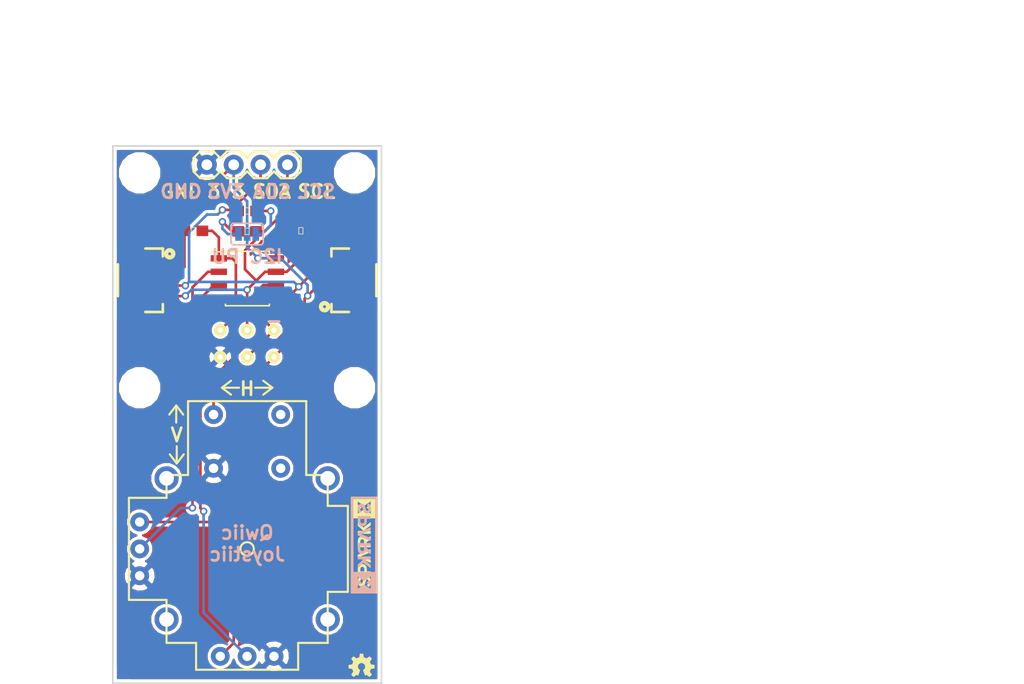
<source format=kicad_pcb>
(kicad_pcb (version 4) (host pcbnew 4.0.6)

  (general
    (links 35)
    (no_connects 0)
    (area 61.246229 67.4287 173.174 145.2582)
    (thickness 1.6)
    (drawings 31)
    (tracks 128)
    (zones 0)
    (modules 21)
    (nets 11)
  )

  (page USLetter)
  (layers
    (0 F.Cu signal)
    (31 B.Cu signal)
    (34 B.Paste user)
    (35 F.Paste user)
    (36 B.SilkS user)
    (37 F.SilkS user)
    (38 B.Mask user)
    (39 F.Mask user)
    (44 Edge.Cuts user)
    (46 B.CrtYd user)
    (47 F.CrtYd user)
    (48 B.Fab user hide)
    (49 F.Fab user hide)
  )

  (setup
    (last_trace_width 0.25)
    (trace_clearance 0.2)
    (zone_clearance 0.3048)
    (zone_45_only no)
    (trace_min 0.2)
    (segment_width 0.2)
    (edge_width 0.15)
    (via_size 0.7)
    (via_drill 0.4)
    (via_min_size 0.4)
    (via_min_drill 0.3)
    (uvia_size 0.3)
    (uvia_drill 0.1)
    (uvias_allowed no)
    (uvia_min_size 0.2)
    (uvia_min_drill 0.1)
    (pcb_text_width 0.254)
    (pcb_text_size 1.27 1.27)
    (mod_edge_width 0.15)
    (mod_text_size 1 1)
    (mod_text_width 0.15)
    (pad_size 1.524 1.524)
    (pad_drill 0.762)
    (pad_to_mask_clearance 0.075)
    (aux_axis_origin 0 0)
    (visible_elements 7FFFFFFF)
    (pcbplotparams
      (layerselection 0x00030_80000001)
      (usegerberextensions true)
      (excludeedgelayer true)
      (linewidth 0.100000)
      (plotframeref false)
      (viasonmask false)
      (mode 1)
      (useauxorigin false)
      (hpglpennumber 1)
      (hpglpenspeed 20)
      (hpglpendiameter 15)
      (hpglpenoverlay 2)
      (psnegative false)
      (psa4output false)
      (plotreference false)
      (plotvalue false)
      (plotinvisibletext false)
      (padsonsilk false)
      (subtractmaskfromsilk false)
      (outputformat 1)
      (mirror false)
      (drillshape 0)
      (scaleselection 1)
      (outputdirectory ""))
  )

  (net 0 "")
  (net 1 GND)
  (net 2 "Net-(JP1-Pad1)")
  (net 3 "Net-(JP1-Pad3)")
  (net 4 3.3V)
  (net 5 /SDA)
  (net 6 /SCL)
  (net 7 /SELECT)
  (net 8 /RESET)
  (net 9 /HORIZONTAL)
  (net 10 /VERTICAL)

  (net_class Default "This is the default net class."
    (clearance 0.2)
    (trace_width 0.25)
    (via_dia 0.7)
    (via_drill 0.4)
    (uvia_dia 0.3)
    (uvia_drill 0.1)
    (add_net /HORIZONTAL)
    (add_net /RESET)
    (add_net /SCL)
    (add_net /SDA)
    (add_net /SELECT)
    (add_net /VERTICAL)
    (add_net 3.3V)
    (add_net GND)
    (add_net "Net-(JP1-Pad1)")
    (add_net "Net-(JP1-Pad3)")
  )

  (module Resistors:0603 (layer F.Cu) (tedit 5A611CE9) (tstamp 5A6117EA)
    (at 149.86 97.5868 180)
    (descr "GENERIC 1608 (0603) PACKAGE")
    (tags "GENERIC 1608 (0603) PACKAGE")
    (path /5A6125A9)
    (attr smd)
    (fp_text reference R2 (at 0 -1.27 180) (layer F.Fab)
      (effects (font (size 0.6096 0.6096) (thickness 0.127)))
    )
    (fp_text value 4.7KOHM-0603-1_10W-1% (at 0 1.2192 180) (layer F.Fab)
      (effects (font (size 0.6096 0.6096) (thickness 0.127)))
    )
    (fp_line (start -0.8382 0.4699) (end -0.33782 0.4699) (layer Dwgs.User) (width 0.06604))
    (fp_line (start -0.33782 0.4699) (end -0.33782 -0.48006) (layer Dwgs.User) (width 0.06604))
    (fp_line (start -0.8382 -0.48006) (end -0.33782 -0.48006) (layer Dwgs.User) (width 0.06604))
    (fp_line (start -0.8382 0.4699) (end -0.8382 -0.48006) (layer Dwgs.User) (width 0.06604))
    (fp_line (start 0.3302 0.4699) (end 0.82804 0.4699) (layer Dwgs.User) (width 0.06604))
    (fp_line (start 0.82804 0.4699) (end 0.82804 -0.48006) (layer Dwgs.User) (width 0.06604))
    (fp_line (start 0.3302 -0.48006) (end 0.82804 -0.48006) (layer Dwgs.User) (width 0.06604))
    (fp_line (start 0.3302 0.4699) (end 0.3302 -0.48006) (layer Dwgs.User) (width 0.06604))
    (fp_line (start -0.19812 0.29972) (end 0.19812 0.29972) (layer F.SilkS) (width 0.06604))
    (fp_line (start 0.19812 0.29972) (end 0.19812 -0.29972) (layer F.SilkS) (width 0.06604))
    (fp_line (start -0.19812 -0.29972) (end 0.19812 -0.29972) (layer F.SilkS) (width 0.06604))
    (fp_line (start -0.19812 0.29972) (end -0.19812 -0.29972) (layer F.SilkS) (width 0.06604))
    (fp_line (start -1.59766 -0.6985) (end 1.59766 -0.6985) (layer F.CrtYd) (width 0.0508))
    (fp_line (start 1.59766 -0.6985) (end 1.59766 0.6985) (layer F.CrtYd) (width 0.0508))
    (fp_line (start 1.59766 0.6985) (end -1.59766 0.6985) (layer F.CrtYd) (width 0.0508))
    (fp_line (start -1.59766 0.6985) (end -1.59766 -0.6985) (layer F.CrtYd) (width 0.0508))
    (fp_line (start -0.3556 -0.4318) (end 0.3556 -0.4318) (layer Dwgs.User) (width 0.1016))
    (fp_line (start -0.3556 0.41656) (end 0.3556 0.41656) (layer Dwgs.User) (width 0.1016))
    (pad 1 smd rect (at -0.84836 0 180) (size 1.09982 0.99822) (layers F.Cu F.Paste F.Mask)
      (net 3 "Net-(JP1-Pad3)") (solder_mask_margin 0.1016))
    (pad 2 smd rect (at 0.84836 0 180) (size 1.09982 0.99822) (layers F.Cu F.Paste F.Mask)
      (net 5 /SDA) (solder_mask_margin 0.1016))
  )

  (module SparkFun-Hardware:STAND-OFF (layer F.Cu) (tedit 5A611D21) (tstamp 5A611A1A)
    (at 139.7 114.3)
    (descr "<h3>Standoff (#4 Screw)</h3>\n<p>This is the mechanical footprint for a #4 phillips button head screw. Use the keepout ring to avoid running the screw head into surrounding components.</p>\n<h4>Devices Using</h4>\n<ul><li>STAND-OFF</li></ul>")
    (path /59075789)
    (fp_text reference MK1 (at 0 -2.032) (layer F.Fab)
      (effects (font (size 0.57912 0.57912) (thickness 0.12192)) (justify bottom))
    )
    (fp_text value Mounting_Hole (at 0 -3.81) (layer F.Fab)
      (effects (font (size 0.57912 0.57912) (thickness 0.12192)) (justify top))
    )
    (fp_circle (center 0 0) (end 2.794 0) (layer Cmts.User) (width 0.127))
    (pad "" np_thru_hole circle (at 0 0) (size 3.302 3.302) (drill 3.302) (layers *.Cu))
  )

  (module SparkFun-Hardware:STAND-OFF (layer F.Cu) (tedit 5A611D1B) (tstamp 5A611A15)
    (at 160.02 114.3)
    (descr "<h3>Standoff (#4 Screw)</h3>\n<p>This is the mechanical footprint for a #4 phillips button head screw. Use the keepout ring to avoid running the screw head into surrounding components.</p>\n<h4>Devices Using</h4>\n<ul><li>STAND-OFF</li></ul>")
    (path /59084A42)
    (fp_text reference MK2 (at 0 -2.032) (layer F.Fab)
      (effects (font (size 0.57912 0.57912) (thickness 0.12192)) (justify bottom))
    )
    (fp_text value Mounting_Hole (at 0.635 -3.81) (layer F.Fab)
      (effects (font (size 0.57912 0.57912) (thickness 0.12192)) (justify top))
    )
    (fp_circle (center 0 0) (end 2.794 0) (layer Cmts.User) (width 0.127))
    (pad "" np_thru_hole circle (at 0 0) (size 3.302 3.302) (drill 3.302) (layers *.Cu))
  )

  (module SparkX:1X04_1MM_RA (layer F.Cu) (tedit 5A611D65) (tstamp 590A4B5D)
    (at 157.48 104.14 90)
    (descr "<h3>SMD- 4 Pin Right Angle </h3>\n<p>Specifications:\n<ul><li>Pin count:4</li>\n<li>Pin pitch:0.1\"</li>\n</ul></p>\n<p>Example device(s):\n<ul><li>CONN_04</li>\n</ul></p>")
    (path /5A61251C)
    (fp_text reference J2 (at -1.397 2.159 90) (layer F.Fab)
      (effects (font (size 0.57912 0.57912) (thickness 0.12192)) (justify left bottom))
    )
    (fp_text value Qwiic_Connector (at -3.81 6.35 90) (layer F.Fab)
      (effects (font (size 0.57912 0.57912) (thickness 0.12192)) (justify left bottom))
    )
    (fp_line (start -1.5 4.6) (end 1.5 4.6) (layer F.SilkS) (width 0.254))
    (fp_line (start -3 2) (end -3 0.35) (layer F.SilkS) (width 0.254))
    (fp_line (start 2.25 0.35) (end 3 0.35) (layer F.SilkS) (width 0.254))
    (fp_line (start 3 0.35) (end 3 2) (layer F.SilkS) (width 0.254))
    (fp_line (start -3 0.35) (end -2.25 0.35) (layer F.SilkS) (width 0.254))
    (fp_circle (center -2.5 -0.3) (end -2.3586 -0.3) (layer F.SilkS) (width 0.4))
    (pad NC2 smd rect (at -2.8 3.675 90) (size 1.2 2) (layers F.Cu F.Paste F.Mask))
    (pad NC1 smd rect (at 2.8 3.675 90) (size 1.2 2) (layers F.Cu F.Paste F.Mask))
    (pad 1 smd rect (at -1.5 0 90) (size 0.6 1.35) (layers F.Cu F.Paste F.Mask)
      (net 1 GND))
    (pad 2 smd rect (at -0.5 0 90) (size 0.6 1.35) (layers F.Cu F.Paste F.Mask)
      (net 4 3.3V))
    (pad 3 smd rect (at 0.5 0 90) (size 0.6 1.35) (layers F.Cu F.Paste F.Mask)
      (net 5 /SDA))
    (pad 4 smd rect (at 1.5 0 90) (size 0.6 1.35) (layers F.Cu F.Paste F.Mask)
      (net 6 /SCL))
  )

  (module SparkX:1X04_1MM_RA (layer F.Cu) (tedit 5A611D6A) (tstamp 590A4B53)
    (at 142.24 104.14 270)
    (descr "<h3>SMD- 4 Pin Right Angle </h3>\n<p>Specifications:\n<ul><li>Pin count:4</li>\n<li>Pin pitch:0.1\"</li>\n</ul></p>\n<p>Example device(s):\n<ul><li>CONN_04</li>\n</ul></p>")
    (path /5A612402)
    (fp_text reference J1 (at -1.397 2.159 270) (layer F.Fab)
      (effects (font (size 0.57912 0.57912) (thickness 0.12192)) (justify left bottom))
    )
    (fp_text value Qwiic_Connector (at 3.81 5.715 270) (layer F.Fab)
      (effects (font (size 0.57912 0.57912) (thickness 0.12192)) (justify left bottom))
    )
    (fp_line (start -1.5 4.6) (end 1.5 4.6) (layer F.SilkS) (width 0.254))
    (fp_line (start -3 2) (end -3 0.35) (layer F.SilkS) (width 0.254))
    (fp_line (start 2.25 0.35) (end 3 0.35) (layer F.SilkS) (width 0.254))
    (fp_line (start 3 0.35) (end 3 2) (layer F.SilkS) (width 0.254))
    (fp_line (start -3 0.35) (end -2.25 0.35) (layer F.SilkS) (width 0.254))
    (fp_circle (center -2.5 -0.3) (end -2.3586 -0.3) (layer F.SilkS) (width 0.4))
    (pad NC2 smd rect (at -2.8 3.675 270) (size 1.2 2) (layers F.Cu F.Paste F.Mask))
    (pad NC1 smd rect (at 2.8 3.675 270) (size 1.2 2) (layers F.Cu F.Paste F.Mask))
    (pad 1 smd rect (at -1.5 0 270) (size 0.6 1.35) (layers F.Cu F.Paste F.Mask)
      (net 1 GND))
    (pad 2 smd rect (at -0.5 0 270) (size 0.6 1.35) (layers F.Cu F.Paste F.Mask)
      (net 4 3.3V))
    (pad 3 smd rect (at 0.5 0 270) (size 0.6 1.35) (layers F.Cu F.Paste F.Mask)
      (net 5 /SDA))
    (pad 4 smd rect (at 1.5 0 270) (size 0.6 1.35) (layers F.Cu F.Paste F.Mask)
      (net 6 /SCL))
  )

  (module SparkX:SPARKX-MEDIUM (layer B.Cu) (tedit 5A611D7B) (tstamp 590A4B9E)
    (at 160.9344 129.1844 270)
    (path /58D2A8F5)
    (fp_text reference U3 (at 0 2.54 270) (layer B.Fab)
      (effects (font (thickness 0.15)) (justify mirror))
    )
    (fp_text value SPARKX-LOGO4 (at 0 6.985 270) (layer B.Fab)
      (effects (font (thickness 0.15)) (justify mirror))
    )
    (fp_poly (pts (xy -4.572 1.265528) (xy -4.572 -1.265528) (xy 2.446934 -1.265528) (xy 2.446934 -1.030528)
      (xy -4.337 -1.030528) (xy -4.337 1.030528) (xy 2.529231 1.030528) (xy 2.529231 -0.123241)
      (xy 3.300069 -0.123241) (xy 3.391509 0.010059) (xy 2.981859 0.612647) (xy 3.297325 0.612647)
      (xy 3.555188 0.214884) (xy 3.814878 0.612647) (xy 4.1212 0.612647) (xy 3.71155 0.013716)
      (xy 3.805022 -0.123241) (xy 4.572 -0.123241) (xy 4.572 1.265528) (xy 2.529231 1.265528)) (layer B.SilkS) (width 0))
    (fp_poly (pts (xy 4.572 -0.123241) (xy 3.805022 -0.123241) (xy 4.139488 -0.613563) (xy 4.137659 -0.613563)
      (xy 3.822191 -0.613563) (xy 3.546956 -0.192938) (xy 3.269894 -0.613563) (xy 2.963572 -0.613563)
      (xy 3.300069 -0.123241) (xy 2.529231 -0.123241) (xy 2.529231 -1.030528) (xy 2.446934 -1.030528)
      (xy 2.446934 -1.265528) (xy 2.529231 -1.265528) (xy 4.572 -1.265528)) (layer B.SilkS) (width 0))
    (fp_poly (pts (xy -3.481122 0.629106) (xy -3.571647 0.622403) (xy -3.653944 0.602591) (xy -3.727094 0.570584)
      (xy -3.789275 0.527609) (xy -3.839363 0.473963) (xy -3.877056 0.411481) (xy -3.900525 0.340056)
      (xy -3.904284 0.300634) (xy -3.637381 0.300634) (xy -3.631388 0.326138) (xy -3.601822 0.360275)
      (xy -3.552444 0.383338) (xy -3.483863 0.391363) (xy -3.405225 0.383234) (xy -3.326588 0.359359)
      (xy -3.220009 0.300634) (xy -3.145028 0.300634) (xy -3.02575 0.473659) (xy -3.125116 0.540206)
      (xy -3.233319 0.588875) (xy -3.351681 0.618947)) (layer B.SilkS) (width 0))
    (fp_poly (pts (xy -3.145028 0.300634) (xy -3.220009 0.300634) (xy -3.165653 0.270663)) (layer B.SilkS) (width 0))
    (fp_poly (pts (xy -3.637381 0.300634) (xy -3.904284 0.300634) (xy -3.908147 0.259691) (xy -3.908147 0.256031)
      (xy -3.900728 0.172516) (xy -3.878884 0.103328) (xy -3.844038 0.046941) (xy -3.797503 0.000916)
      (xy -3.669488 -0.068581) (xy -3.500322 -0.119788) (xy -3.37505 -0.156363) (xy -3.299156 -0.191109)
      (xy -3.262578 -0.2286) (xy -3.252522 -0.275234) (xy -3.252522 -0.278891) (xy -3.264206 -0.327559)
      (xy -3.299156 -0.363931) (xy -3.354934 -0.386994) (xy -3.429916 -0.395022) (xy -3.531006 -0.384859)
      (xy -3.623769 -0.354788) (xy -3.711244 -0.307544) (xy -3.796588 -0.245975) (xy -3.955694 -0.437084)
      (xy -3.839363 -0.524153) (xy -3.710634 -0.585216) (xy -3.574391 -0.621488) (xy -3.4354 -0.633678)
      (xy -3.339997 -0.627381) (xy -3.253434 -0.608075) (xy -3.177134 -0.576988) (xy -3.111703 -0.534925)
      (xy -3.058972 -0.480975) (xy -3.01935 -0.416053) (xy -2.994659 -0.339953) (xy -2.986431 -0.254203)
      (xy -2.986431 -0.250547) (xy -2.986431 -0.246888) (xy -2.992728 -0.172009) (xy -3.012034 -0.108813)
      (xy -3.043834 -0.054763) (xy -3.087928 -0.008228) (xy -3.210459 0.064922) (xy -3.376878 0.119788)
      (xy -3.507638 0.156363) (xy -3.589019 0.189281) (xy -3.630169 0.2286) (xy -3.641141 0.280722)
      (xy -3.641141 0.284378)) (layer B.SilkS) (width 0))
    (fp_poly (pts (xy 1.863141 0.300634) (xy 1.547369 0.300634) (xy 1.339597 0.076809) (xy 1.339597 0.300634)
      (xy 1.069847 0.300634) (xy 1.069847 -0.613563) (xy 1.339597 -0.613563) (xy 1.339597 -0.238659)
      (xy 1.481328 -0.091441) (xy 1.861719 -0.613563) (xy 2.185416 -0.613563) (xy 1.663294 0.092353)) (layer B.SilkS) (width 0))
    (fp_poly (pts (xy 1.863141 0.300634) (xy 2.162556 0.612647) (xy 1.837028 0.612647) (xy 1.547369 0.300634)) (layer B.SilkS) (width 0))
    (fp_poly (pts (xy 1.339597 0.300634) (xy 1.339597 0.612647) (xy 1.069847 0.612647) (xy 1.069847 0.300634)) (layer B.SilkS) (width 0))
    (fp_poly (pts (xy 0.817272 0.300634) (xy 0.515519 0.300634) (xy 0.538481 0.270663) (xy 0.552297 0.193853)
      (xy 0.552297 0.191109) (xy 0.539191 0.120497) (xy 0.499263 0.064922) (xy 0.434138 0.029463)
      (xy 0.345644 0.017375) (xy 0.072238 0.017375) (xy 0.072238 0.300634) (xy -0.197509 0.300634)
      (xy -0.197509 -0.613563) (xy 0.072238 -0.613563) (xy 0.072238 -0.221284) (xy 0.284378 -0.221284)
      (xy 0.546813 -0.613563) (xy 0.862278 -0.613563) (xy 0.562356 -0.175566) (xy 0.668731 -0.119278)
      (xy 0.75255 -0.038406) (xy 0.807313 0.068988) (xy 0.825703 0.203913) (xy 0.825703 0.207569)
      (xy 0.818184 0.297688)) (layer B.SilkS) (width 0))
    (fp_poly (pts (xy 0.817272 0.300634) (xy 0.795425 0.377547) (xy 0.757428 0.446838) (xy 0.704088 0.505663)
      (xy 0.637031 0.5525) (xy 0.557884 0.585928) (xy 0.466547 0.605944) (xy 0.363016 0.612647)
      (xy -0.197509 0.612647) (xy -0.197509 0.300634) (xy 0.072238 0.300634) (xy 0.072238 0.369419)
      (xy 0.340156 0.369419) (xy 0.429363 0.358444) (xy 0.496519 0.325525) (xy 0.515519 0.300634)) (layer B.SilkS) (width 0))
    (fp_poly (pts (xy -0.775919 0.300634) (xy -1.298041 0.300634) (xy -1.687069 -0.613563) (xy -1.411834 -0.613563)
      (xy -1.040588 0.297181) (xy -0.669341 -0.613563) (xy -0.386791 -0.613563)) (layer B.SilkS) (width 0))
    (fp_poly (pts (xy -0.775919 0.300634) (xy -0.912572 0.621791) (xy -1.161288 0.621791) (xy -1.298041 0.300634)) (layer B.SilkS) (width 0))
    (fp_poly (pts (xy -1.795375 0.300634) (xy -2.097125 0.300634) (xy -2.069184 0.263753) (xy -2.054656 0.183794)
      (xy -2.054656 0.180138) (xy -2.068475 0.107697) (xy -2.110434 0.04755) (xy -2.177797 0.007619)
      (xy -2.267713 -0.005488) (xy -2.481681 -0.005488) (xy -2.481681 0.300634) (xy -2.752344 0.300634)
      (xy -2.752344 -0.611734) (xy -2.482597 -0.611734) (xy -2.482597 -0.244144) (xy -2.277772 -0.244144)
      (xy -2.177797 -0.237238) (xy -2.083919 -0.216713) (xy -1.999488 -0.182575) (xy -1.926641 -0.135331)
      (xy -1.866391 -0.074169) (xy -1.820572 0) (xy -1.791819 0.087172) (xy -1.782166 0.187453)
      (xy -1.78125 0.185622) (xy -1.78125 0.189281) (xy -1.789378 0.279806)) (layer B.SilkS) (width 0))
    (fp_poly (pts (xy -1.795375 0.300634) (xy -1.813256 0.362103) (xy -1.852675 0.434747) (xy -1.906525 0.496519)
      (xy -1.973581 0.5461) (xy -2.053744 0.583388) (xy -2.1463 0.60645) (xy -2.251253 0.614478)
      (xy -2.752344 0.614478) (xy -2.752344 0.300634) (xy -2.481681 0.300634) (xy -2.481681 0.369419)
      (xy -2.273197 0.369419) (xy -2.182266 0.357631) (xy -2.113178 0.321869) (xy -2.097125 0.300634)) (layer B.SilkS) (width 0))
  )

  (module SparkFun-Aesthetics:OSHW-LOGO-MINI (layer F.Cu) (tedit 5A611D38) (tstamp 590CB279)
    (at 160.6804 140.6652)
    (descr "<h3>Open-Source Hardware (OSHW) Logo - Mini - Silkscreen</h3>\n<p>Silkscreen logo for open-source hardware designs.</p>\n<p>Devices using:\n<ul><li>OSHW_LOGO</li></ul></p>")
    (path /59090398)
    (fp_text reference LOGO1 (at 0 0) (layer F.Fab)
      (effects (font (thickness 0.15)))
    )
    (fp_text value SPARKFUN-AESTHETICS_OSHW-LOGOS (at 11.43 7.62) (layer F.Fab)
      (effects (font (thickness 0.15)))
    )
    (fp_poly (pts (xy 1.2366 0.172631) (xy 1.2366 -0.147369) (xy 0.8766 -0.207369) (xy 0.8766 -0.247369)
      (xy 0.8666 -0.257369) (xy 0.8666 -0.277369) (xy 0.8566 -0.287369) (xy 0.8466 -0.307369)
      (xy 0.8466 -0.327369) (xy 0.8366 -0.337369) (xy 0.8366 -0.357369) (xy 0.8266 -0.367369)
      (xy 0.8166 -0.387369) (xy 0.8066 -0.397369) (xy 0.8066 -0.417369) (xy 0.7966 -0.427369)
      (xy 0.7866 -0.447369) (xy 0.7766 -0.457369) (xy 0.9866 -0.747369) (xy 0.7566 -0.967369)
      (xy 0.4666 -0.767369) (xy 0.4566 -0.777369) (xy 0.4366 -0.787369) (xy 0.4266 -0.787369)
      (xy 0.4066 -0.797369) (xy 0.3966 -0.807369) (xy 0.3766 -0.817369) (xy 0.3666 -0.817369)
      (xy 0.3466 -0.827369) (xy 0.3366 -0.837369) (xy 0.3166 -0.837369) (xy 0.2966 -0.847369)
      (xy 0.2866 -0.847369) (xy 0.2666 -0.857369) (xy 0.2566 -0.857369) (xy 0.2366 -0.867369)
      (xy 0.2166 -0.867369) (xy 0.1566 -1.217369) (xy -0.1634 -1.217369) (xy -0.2234 -0.867369)
      (xy -0.2334 -0.867369) (xy -0.2534 -0.857369) (xy -0.2734 -0.857369) (xy -0.2834 -0.847369)
      (xy -0.3034 -0.847369) (xy -0.3234 -0.837369) (xy -0.3334 -0.837369) (xy -0.3534 -0.827369)
      (xy -0.3634 -0.817369) (xy -0.3834 -0.817369) (xy -0.3934 -0.807369) (xy -0.4134 -0.797369)
      (xy -0.4234 -0.787369) (xy -0.4434 -0.787369) (xy -0.4534 -0.777369) (xy -0.4734 -0.767369)
      (xy -0.7634 -0.967369) (xy -0.9834 -0.747369) (xy -0.7834 -0.457369) (xy -0.7934 -0.447369)
      (xy -0.7934 -0.427369) (xy -0.8034 -0.417369) (xy -0.8134 -0.397369) (xy -0.8234 -0.387369)
      (xy -0.8234 -0.367369) (xy -0.8334 -0.357369) (xy -0.8434 -0.337369) (xy -0.8434 -0.327369)
      (xy -0.8634 -0.287369) (xy -0.8634 -0.277369) (xy -0.8734 -0.257369) (xy -0.8734 -0.247369)
      (xy -0.8834 -0.227369) (xy -0.8834 -0.207369) (xy -1.2334 -0.147369) (xy -1.2334 0.172631)
      (xy -0.8834 0.232631) (xy -0.8834 0.242631) (xy -0.8734 0.262631) (xy -0.8734 0.282631)
      (xy -0.8634 0.292631) (xy -0.8634 0.312631) (xy -0.8534 0.322631) (xy -0.8434 0.342631)
      (xy -0.8434 0.362631) (xy -0.8334 0.372631) (xy -0.8334 0.392631) (xy -0.8234 0.402631)
      (xy -0.8134 0.422631) (xy -0.8034 0.432631) (xy -0.7934 0.452631) (xy -0.7934 0.462631)
      (xy -0.7834 0.482631) (xy -0.9834 0.762631) (xy -0.7634 0.992631) (xy -0.4734 0.792631)
      (xy -0.4634 0.792631) (xy -0.4534 0.802631) (xy -0.4434 0.802631) (xy -0.4334 0.812631)
      (xy -0.4234 0.812631) (xy -0.4134 0.822631) (xy -0.4034 0.822631) (xy -0.3934 0.832631)
      (xy -0.3834 0.832631) (xy -0.3734 0.842631) (xy -0.3634 0.842631) (xy -0.3534 0.852631)
      (xy -0.3334 0.852631) (xy -0.3234 0.862631) (xy -0.1234 0.322631) (xy -0.1534 0.312631)
      (xy -0.1934 0.292631) (xy -0.2134 0.272631) (xy -0.2334 0.262631) (xy -0.2534 0.242631)
      (xy -0.2634 0.222631) (xy -0.2834 0.202631) (xy -0.3034 0.162631) (xy -0.3134 0.132631)
      (xy -0.3334 0.092631) (xy -0.3334 0.062631) (xy -0.3434 0.032631) (xy -0.3434 -0.027369)
      (xy -0.3034 -0.147369) (xy -0.2634 -0.207369) (xy -0.2434 -0.227369) (xy -0.2134 -0.247369)
      (xy -0.1934 -0.267369) (xy -0.1634 -0.287369) (xy -0.1334 -0.297369) (xy -0.1034 -0.317369)
      (xy -0.0734 -0.317369) (xy -0.0334 -0.327369) (xy 0.0366 -0.327369) (xy 0.0666 -0.317369)
      (xy 0.0966 -0.317369) (xy 0.1266 -0.297369) (xy 0.1566 -0.287369) (xy 0.2166 -0.247369)
      (xy 0.2566 -0.207369) (xy 0.2966 -0.147369) (xy 0.3066 -0.117369) (xy 0.3266 -0.087369)
      (xy 0.3266 -0.057369) (xy 0.3366 -0.027369) (xy 0.3366 0.062631) (xy 0.3266 0.092631)
      (xy 0.3266 0.112631) (xy 0.3166 0.132631) (xy 0.3066 0.162631) (xy 0.2966 0.182631)
      (xy 0.2766 0.202631) (xy 0.2666 0.222631) (xy 0.2266 0.262631) (xy 0.2066 0.272631)
      (xy 0.1866 0.292631) (xy 0.1266 0.322631) (xy 0.3266 0.862631) (xy 0.3266 0.852631)
      (xy 0.3466 0.852631) (xy 0.3566 0.842631) (xy 0.3666 0.842631) (xy 0.3766 0.832631)
      (xy 0.3866 0.832631) (xy 0.3966 0.822631) (xy 0.4166 0.822631) (xy 0.4266 0.812631)
      (xy 0.4366 0.812631) (xy 0.4566 0.792631) (xy 0.4666 0.792631) (xy 0.7566 0.992631)
      (xy 0.9866 0.762631) (xy 0.7766 0.482631) (xy 0.7866 0.462631) (xy 0.7966 0.452631)
      (xy 0.8066 0.432631) (xy 0.8066 0.422631) (xy 0.8166 0.402631) (xy 0.8266 0.392631)
      (xy 0.8366 0.372631) (xy 0.8366 0.362631) (xy 0.8566 0.322631) (xy 0.8566 0.312631)
      (xy 0.8666 0.292631) (xy 0.8666 0.282631) (xy 0.8766 0.262631) (xy 0.8766 0.242631)
      (xy 0.8866 0.232631)) (layer F.SilkS) (width 0))
  )

  (module SparkFun-Hardware:STAND-OFF (layer F.Cu) (tedit 5A611CD7) (tstamp 590CB27C)
    (at 139.7 93.98)
    (descr "<h3>Standoff (#4 Screw)</h3>\n<p>This is the mechanical footprint for a #4 phillips button head screw. Use the keepout ring to avoid running the screw head into surrounding components.</p>\n<h4>Devices Using</h4>\n<ul><li>STAND-OFF</li></ul>")
    (path /59075789)
    (fp_text reference MK1 (at 0 -2.032) (layer F.Fab)
      (effects (font (size 0.57912 0.57912) (thickness 0.12192)) (justify bottom))
    )
    (fp_text value Mounting_Hole (at 0 -3.81) (layer F.Fab)
      (effects (font (size 0.57912 0.57912) (thickness 0.12192)) (justify top))
    )
    (fp_circle (center 0 0) (end 2.794 0) (layer Cmts.User) (width 0.127))
    (pad "" np_thru_hole circle (at 0 0) (size 3.302 3.302) (drill 3.302) (layers *.Cu))
  )

  (module SparkFun-Hardware:STAND-OFF (layer F.Cu) (tedit 5A611CC4) (tstamp 590CB280)
    (at 160.02 93.98)
    (descr "<h3>Standoff (#4 Screw)</h3>\n<p>This is the mechanical footprint for a #4 phillips button head screw. Use the keepout ring to avoid running the screw head into surrounding components.</p>\n<h4>Devices Using</h4>\n<ul><li>STAND-OFF</li></ul>")
    (path /59084A42)
    (fp_text reference MK2 (at 0 -2.032) (layer F.Fab)
      (effects (font (size 0.57912 0.57912) (thickness 0.12192)) (justify bottom))
    )
    (fp_text value Mounting_Hole (at 0.635 -3.81) (layer F.Fab)
      (effects (font (size 0.57912 0.57912) (thickness 0.12192)) (justify top))
    )
    (fp_circle (center 0 0) (end 2.794 0) (layer Cmts.User) (width 0.127))
    (pad "" np_thru_hole circle (at 0 0) (size 3.302 3.302) (drill 3.302) (layers *.Cu))
  )

  (module SparkFun-Aesthetics:CREATIVE_COMMONS (layer F.Cu) (tedit 5A611CAF) (tstamp 591D1415)
    (at 146.812 84.836)
    (descr "<h3>Creative Commons License Template</h3>\n<p>CC BY-SA 4.0 License with <a href=\"https://creativecommons.org/licenses/by-sa/4.0/\">link to license</a> and placeholder for designer name.</p>\n<p>Devices using:\n<ul><li>FRAME_LEDGER</li>\n<li>FRAME_LETTER</li></ul></p>")
    (path /5909150A)
    (fp_text reference U4 (at 0 0) (layer F.Fab)
      (effects (font (thickness 0.15)))
    )
    (fp_text value CC_LICENSE (at 0 0) (layer F.Fab)
      (effects (font (thickness 0.15)))
    )
    (fp_text user "Released under the Creative Commons Attribution Share-Alike 4.0 License" (at -20.32 -5.08) (layer Dwgs.User)
      (effects (font (size 1.6891 1.6891) (thickness 0.14224)) (justify left bottom))
    )
    (fp_text user " https://creativecommons.org/licenses/by-sa/4.0/" (at 0 -2.54) (layer Dwgs.User)
      (effects (font (size 1.6891 1.6891) (thickness 0.14224)) (justify left bottom))
    )
    (fp_text user "Designed by:" (at 11.43 0) (layer Dwgs.User)
      (effects (font (size 1.6891 1.6891) (thickness 0.14224)) (justify left bottom))
    )
  )

  (module SparkX:SPARKX-MEDIUM (layer F.Cu) (tedit 5A611D59) (tstamp 59260BFB)
    (at 160.9344 129.1844 90)
    (path /58D2A9BD)
    (fp_text reference U2 (at 0.1524 0.4572 90) (layer F.Fab)
      (effects (font (thickness 0.15)))
    )
    (fp_text value SPARKX-LOGO4 (at 0 -4.7244 90) (layer F.Fab)
      (effects (font (thickness 0.15)))
    )
    (fp_poly (pts (xy -4.572 -1.265528) (xy -4.572 1.265528) (xy 2.446934 1.265528) (xy 2.446934 1.030528)
      (xy -4.337 1.030528) (xy -4.337 -1.030528) (xy 2.529231 -1.030528) (xy 2.529231 0.123241)
      (xy 3.300069 0.123241) (xy 3.391509 -0.010059) (xy 2.981859 -0.612647) (xy 3.297325 -0.612647)
      (xy 3.555188 -0.214884) (xy 3.814878 -0.612647) (xy 4.1212 -0.612647) (xy 3.71155 -0.013716)
      (xy 3.805022 0.123241) (xy 4.572 0.123241) (xy 4.572 -1.265528) (xy 2.529231 -1.265528)) (layer F.SilkS) (width 0))
    (fp_poly (pts (xy 4.572 0.123241) (xy 3.805022 0.123241) (xy 4.139488 0.613563) (xy 4.137659 0.613563)
      (xy 3.822191 0.613563) (xy 3.546956 0.192938) (xy 3.269894 0.613563) (xy 2.963572 0.613563)
      (xy 3.300069 0.123241) (xy 2.529231 0.123241) (xy 2.529231 1.030528) (xy 2.446934 1.030528)
      (xy 2.446934 1.265528) (xy 2.529231 1.265528) (xy 4.572 1.265528)) (layer F.SilkS) (width 0))
    (fp_poly (pts (xy -3.481122 -0.629106) (xy -3.571647 -0.622403) (xy -3.653944 -0.602591) (xy -3.727094 -0.570584)
      (xy -3.789275 -0.527609) (xy -3.839363 -0.473963) (xy -3.877056 -0.411481) (xy -3.900525 -0.340056)
      (xy -3.904284 -0.300634) (xy -3.637381 -0.300634) (xy -3.631388 -0.326138) (xy -3.601822 -0.360275)
      (xy -3.552444 -0.383338) (xy -3.483863 -0.391363) (xy -3.405225 -0.383234) (xy -3.326588 -0.359359)
      (xy -3.220009 -0.300634) (xy -3.145028 -0.300634) (xy -3.02575 -0.473659) (xy -3.125116 -0.540206)
      (xy -3.233319 -0.588875) (xy -3.351681 -0.618947)) (layer F.SilkS) (width 0))
    (fp_poly (pts (xy -3.145028 -0.300634) (xy -3.220009 -0.300634) (xy -3.165653 -0.270663)) (layer F.SilkS) (width 0))
    (fp_poly (pts (xy -3.637381 -0.300634) (xy -3.904284 -0.300634) (xy -3.908147 -0.259691) (xy -3.908147 -0.256031)
      (xy -3.900728 -0.172516) (xy -3.878884 -0.103328) (xy -3.844038 -0.046941) (xy -3.797503 -0.000916)
      (xy -3.669488 0.068581) (xy -3.500322 0.119788) (xy -3.37505 0.156363) (xy -3.299156 0.191109)
      (xy -3.262578 0.2286) (xy -3.252522 0.275234) (xy -3.252522 0.278891) (xy -3.264206 0.327559)
      (xy -3.299156 0.363931) (xy -3.354934 0.386994) (xy -3.429916 0.395022) (xy -3.531006 0.384859)
      (xy -3.623769 0.354788) (xy -3.711244 0.307544) (xy -3.796588 0.245975) (xy -3.955694 0.437084)
      (xy -3.839363 0.524153) (xy -3.710634 0.585216) (xy -3.574391 0.621488) (xy -3.4354 0.633678)
      (xy -3.339997 0.627381) (xy -3.253434 0.608075) (xy -3.177134 0.576988) (xy -3.111703 0.534925)
      (xy -3.058972 0.480975) (xy -3.01935 0.416053) (xy -2.994659 0.339953) (xy -2.986431 0.254203)
      (xy -2.986431 0.250547) (xy -2.986431 0.246888) (xy -2.992728 0.172009) (xy -3.012034 0.108813)
      (xy -3.043834 0.054763) (xy -3.087928 0.008228) (xy -3.210459 -0.064922) (xy -3.376878 -0.119788)
      (xy -3.507638 -0.156363) (xy -3.589019 -0.189281) (xy -3.630169 -0.2286) (xy -3.641141 -0.280722)
      (xy -3.641141 -0.284378)) (layer F.SilkS) (width 0))
    (fp_poly (pts (xy 1.863141 -0.300634) (xy 1.547369 -0.300634) (xy 1.339597 -0.076809) (xy 1.339597 -0.300634)
      (xy 1.069847 -0.300634) (xy 1.069847 0.613563) (xy 1.339597 0.613563) (xy 1.339597 0.238659)
      (xy 1.481328 0.091441) (xy 1.861719 0.613563) (xy 2.185416 0.613563) (xy 1.663294 -0.092353)) (layer F.SilkS) (width 0))
    (fp_poly (pts (xy 1.863141 -0.300634) (xy 2.162556 -0.612647) (xy 1.837028 -0.612647) (xy 1.547369 -0.300634)) (layer F.SilkS) (width 0))
    (fp_poly (pts (xy 1.339597 -0.300634) (xy 1.339597 -0.612647) (xy 1.069847 -0.612647) (xy 1.069847 -0.300634)) (layer F.SilkS) (width 0))
    (fp_poly (pts (xy 0.817272 -0.300634) (xy 0.515519 -0.300634) (xy 0.538481 -0.270663) (xy 0.552297 -0.193853)
      (xy 0.552297 -0.191109) (xy 0.539191 -0.120497) (xy 0.499263 -0.064922) (xy 0.434138 -0.029463)
      (xy 0.345644 -0.017375) (xy 0.072238 -0.017375) (xy 0.072238 -0.300634) (xy -0.197509 -0.300634)
      (xy -0.197509 0.613563) (xy 0.072238 0.613563) (xy 0.072238 0.221284) (xy 0.284378 0.221284)
      (xy 0.546813 0.613563) (xy 0.862278 0.613563) (xy 0.562356 0.175566) (xy 0.668731 0.119278)
      (xy 0.75255 0.038406) (xy 0.807313 -0.068988) (xy 0.825703 -0.203913) (xy 0.825703 -0.207569)
      (xy 0.818184 -0.297688)) (layer F.SilkS) (width 0))
    (fp_poly (pts (xy 0.817272 -0.300634) (xy 0.795425 -0.377547) (xy 0.757428 -0.446838) (xy 0.704088 -0.505663)
      (xy 0.637031 -0.5525) (xy 0.557884 -0.585928) (xy 0.466547 -0.605944) (xy 0.363016 -0.612647)
      (xy -0.197509 -0.612647) (xy -0.197509 -0.300634) (xy 0.072238 -0.300634) (xy 0.072238 -0.369419)
      (xy 0.340156 -0.369419) (xy 0.429363 -0.358444) (xy 0.496519 -0.325525) (xy 0.515519 -0.300634)) (layer F.SilkS) (width 0))
    (fp_poly (pts (xy -0.775919 -0.300634) (xy -1.298041 -0.300634) (xy -1.687069 0.613563) (xy -1.411834 0.613563)
      (xy -1.040588 -0.297181) (xy -0.669341 0.613563) (xy -0.386791 0.613563)) (layer F.SilkS) (width 0))
    (fp_poly (pts (xy -0.775919 -0.300634) (xy -0.912572 -0.621791) (xy -1.161288 -0.621791) (xy -1.298041 -0.300634)) (layer F.SilkS) (width 0))
    (fp_poly (pts (xy -1.795375 -0.300634) (xy -2.097125 -0.300634) (xy -2.069184 -0.263753) (xy -2.054656 -0.183794)
      (xy -2.054656 -0.180138) (xy -2.068475 -0.107697) (xy -2.110434 -0.04755) (xy -2.177797 -0.007619)
      (xy -2.267713 0.005488) (xy -2.481681 0.005488) (xy -2.481681 -0.300634) (xy -2.752344 -0.300634)
      (xy -2.752344 0.611734) (xy -2.482597 0.611734) (xy -2.482597 0.244144) (xy -2.277772 0.244144)
      (xy -2.177797 0.237238) (xy -2.083919 0.216713) (xy -1.999488 0.182575) (xy -1.926641 0.135331)
      (xy -1.866391 0.074169) (xy -1.820572 0) (xy -1.791819 -0.087172) (xy -1.782166 -0.187453)
      (xy -1.78125 -0.185622) (xy -1.78125 -0.189281) (xy -1.789378 -0.279806)) (layer F.SilkS) (width 0))
    (fp_poly (pts (xy -1.795375 -0.300634) (xy -1.813256 -0.362103) (xy -1.852675 -0.434747) (xy -1.906525 -0.496519)
      (xy -1.973581 -0.5461) (xy -2.053744 -0.583388) (xy -2.1463 -0.60645) (xy -2.251253 -0.614478)
      (xy -2.752344 -0.614478) (xy -2.752344 -0.300634) (xy -2.481681 -0.300634) (xy -2.481681 -0.369419)
      (xy -2.273197 -0.369419) (xy -2.182266 -0.357631) (xy -2.113178 -0.321869) (xy -2.097125 -0.300634)) (layer F.SilkS) (width 0))
  )

  (module SparkFun-KiCad-Aesthetics:FIDUCIAL-1X2 (layer F.Cu) (tedit 5A611D40) (tstamp 59260C2A)
    (at 138.176 141.224)
    (descr "<h3>Fiducial - Circle, 1mm</h3>\n<p>Point-of-reference for pick-and-place machines and other optical instruments.</p>\n<p>Devices using:\n<ul><li>FIDUCIAL</li></ul></p>")
    (path /59092EBB)
    (fp_text reference F1 (at 0 -2.54) (layer F.Fab)
      (effects (font (thickness 0.15)))
    )
    (fp_text value Fiducial (at 0 2.5908) (layer F.Fab)
      (effects (font (thickness 0.15)))
    )
    (pad 1 smd circle (at 0 0) (size 1 1) (layers F.Cu F.Mask))
  )

  (module SparkFun-KiCad-Aesthetics:FIDUCIAL-1X2 (layer F.Cu) (tedit 5A611CBB) (tstamp 59260C2E)
    (at 157.48 92.456)
    (descr "<h3>Fiducial - Circle, 1mm</h3>\n<p>Point-of-reference for pick-and-place machines and other optical instruments.</p>\n<p>Devices using:\n<ul><li>FIDUCIAL</li></ul></p>")
    (path /59092D95)
    (fp_text reference F2 (at 0 -2.54) (layer F.Fab)
      (effects (font (thickness 0.15)))
    )
    (fp_text value Fiducial (at 5.715 -3.556) (layer F.Fab)
      (effects (font (thickness 0.15)))
    )
    (pad 1 smd circle (at 0 0) (size 1 1) (layers F.Cu F.Mask))
  )

  (module Resistors:0603 (layer F.Cu) (tedit 5A611CFE) (tstamp 5A6117C5)
    (at 154.94 99.4664)
    (descr "GENERIC 1608 (0603) PACKAGE")
    (tags "GENERIC 1608 (0603) PACKAGE")
    (path /5A611432)
    (attr smd)
    (fp_text reference C1 (at 0 -1.27) (layer F.Fab)
      (effects (font (size 0.6096 0.6096) (thickness 0.127)))
    )
    (fp_text value 0.1UF-0603-25V-5% (at 0 1.27) (layer F.Fab)
      (effects (font (size 0.6096 0.6096) (thickness 0.127)))
    )
    (fp_line (start -0.8382 0.4699) (end -0.33782 0.4699) (layer Dwgs.User) (width 0.06604))
    (fp_line (start -0.33782 0.4699) (end -0.33782 -0.48006) (layer Dwgs.User) (width 0.06604))
    (fp_line (start -0.8382 -0.48006) (end -0.33782 -0.48006) (layer Dwgs.User) (width 0.06604))
    (fp_line (start -0.8382 0.4699) (end -0.8382 -0.48006) (layer Dwgs.User) (width 0.06604))
    (fp_line (start 0.3302 0.4699) (end 0.82804 0.4699) (layer Dwgs.User) (width 0.06604))
    (fp_line (start 0.82804 0.4699) (end 0.82804 -0.48006) (layer Dwgs.User) (width 0.06604))
    (fp_line (start 0.3302 -0.48006) (end 0.82804 -0.48006) (layer Dwgs.User) (width 0.06604))
    (fp_line (start 0.3302 0.4699) (end 0.3302 -0.48006) (layer Dwgs.User) (width 0.06604))
    (fp_line (start -0.19812 0.29972) (end 0.19812 0.29972) (layer F.SilkS) (width 0.06604))
    (fp_line (start 0.19812 0.29972) (end 0.19812 -0.29972) (layer F.SilkS) (width 0.06604))
    (fp_line (start -0.19812 -0.29972) (end 0.19812 -0.29972) (layer F.SilkS) (width 0.06604))
    (fp_line (start -0.19812 0.29972) (end -0.19812 -0.29972) (layer F.SilkS) (width 0.06604))
    (fp_line (start -1.59766 -0.6985) (end 1.59766 -0.6985) (layer F.CrtYd) (width 0.0508))
    (fp_line (start 1.59766 -0.6985) (end 1.59766 0.6985) (layer F.CrtYd) (width 0.0508))
    (fp_line (start 1.59766 0.6985) (end -1.59766 0.6985) (layer F.CrtYd) (width 0.0508))
    (fp_line (start -1.59766 0.6985) (end -1.59766 -0.6985) (layer F.CrtYd) (width 0.0508))
    (fp_line (start -0.3556 -0.4318) (end 0.3556 -0.4318) (layer Dwgs.User) (width 0.1016))
    (fp_line (start -0.3556 0.41656) (end 0.3556 0.41656) (layer Dwgs.User) (width 0.1016))
    (pad 1 smd rect (at -0.84836 0) (size 1.09982 0.99822) (layers F.Cu F.Paste F.Mask)
      (net 4 3.3V) (solder_mask_margin 0.1016))
    (pad 2 smd rect (at 0.84836 0) (size 1.09982 0.99822) (layers F.Cu F.Paste F.Mask)
      (net 1 GND) (solder_mask_margin 0.1016))
  )

  (module Connectors:1X04 (layer F.Cu) (tedit 5A611CA1) (tstamp 5A6117CD)
    (at 146.05 93.218)
    (descr "PLATED THROUGH HOLE - 4 PIN")
    (tags "PLATED THROUGH HOLE - 4 PIN")
    (path /5A61239D)
    (attr virtual)
    (fp_text reference J3 (at 0 -1.905) (layer F.Fab)
      (effects (font (size 0.6096 0.6096) (thickness 0.127)))
    )
    (fp_text value I2C_Standard_PTH_Connector (at 0 1.905) (layer F.Fab)
      (effects (font (size 0.6096 0.6096) (thickness 0.127)))
    )
    (fp_line (start 6.985 -1.27) (end 8.255 -1.27) (layer F.SilkS) (width 0.2032))
    (fp_line (start 8.255 -1.27) (end 8.89 -0.635) (layer F.SilkS) (width 0.2032))
    (fp_line (start 8.89 0.635) (end 8.255 1.27) (layer F.SilkS) (width 0.2032))
    (fp_line (start 3.81 -0.635) (end 4.445 -1.27) (layer F.SilkS) (width 0.2032))
    (fp_line (start 4.445 -1.27) (end 5.715 -1.27) (layer F.SilkS) (width 0.2032))
    (fp_line (start 5.715 -1.27) (end 6.35 -0.635) (layer F.SilkS) (width 0.2032))
    (fp_line (start 6.35 0.635) (end 5.715 1.27) (layer F.SilkS) (width 0.2032))
    (fp_line (start 5.715 1.27) (end 4.445 1.27) (layer F.SilkS) (width 0.2032))
    (fp_line (start 4.445 1.27) (end 3.81 0.635) (layer F.SilkS) (width 0.2032))
    (fp_line (start 6.985 -1.27) (end 6.35 -0.635) (layer F.SilkS) (width 0.2032))
    (fp_line (start 6.35 0.635) (end 6.985 1.27) (layer F.SilkS) (width 0.2032))
    (fp_line (start 8.255 1.27) (end 6.985 1.27) (layer F.SilkS) (width 0.2032))
    (fp_line (start -0.635 -1.27) (end 0.635 -1.27) (layer F.SilkS) (width 0.2032))
    (fp_line (start 0.635 -1.27) (end 1.27 -0.635) (layer F.SilkS) (width 0.2032))
    (fp_line (start 1.27 0.635) (end 0.635 1.27) (layer F.SilkS) (width 0.2032))
    (fp_line (start 1.27 -0.635) (end 1.905 -1.27) (layer F.SilkS) (width 0.2032))
    (fp_line (start 1.905 -1.27) (end 3.175 -1.27) (layer F.SilkS) (width 0.2032))
    (fp_line (start 3.175 -1.27) (end 3.81 -0.635) (layer F.SilkS) (width 0.2032))
    (fp_line (start 3.81 0.635) (end 3.175 1.27) (layer F.SilkS) (width 0.2032))
    (fp_line (start 3.175 1.27) (end 1.905 1.27) (layer F.SilkS) (width 0.2032))
    (fp_line (start 1.905 1.27) (end 1.27 0.635) (layer F.SilkS) (width 0.2032))
    (fp_line (start -1.27 -0.635) (end -1.27 0.635) (layer F.SilkS) (width 0.2032))
    (fp_line (start -0.635 -1.27) (end -1.27 -0.635) (layer F.SilkS) (width 0.2032))
    (fp_line (start -1.27 0.635) (end -0.635 1.27) (layer F.SilkS) (width 0.2032))
    (fp_line (start 0.635 1.27) (end -0.635 1.27) (layer F.SilkS) (width 0.2032))
    (fp_line (start 8.89 -0.635) (end 8.89 0.635) (layer F.SilkS) (width 0.2032))
    (pad 1 thru_hole circle (at 0 0) (size 1.8796 1.8796) (drill 1.016) (layers *.Cu *.Mask)
      (net 1 GND) (solder_mask_margin 0.1016))
    (pad 2 thru_hole circle (at 2.54 0) (size 1.8796 1.8796) (drill 1.016) (layers *.Cu *.Mask)
      (net 4 3.3V) (solder_mask_margin 0.1016))
    (pad 3 thru_hole circle (at 5.08 0) (size 1.8796 1.8796) (drill 1.016) (layers *.Cu *.Mask)
      (net 5 /SDA) (solder_mask_margin 0.1016))
    (pad 4 thru_hole circle (at 7.62 0) (size 1.8796 1.8796) (drill 1.016) (layers *.Cu *.Mask)
      (net 6 /SCL) (solder_mask_margin 0.1016))
  )

  (module Connectors:2X3_TEST_POINTS (layer F.Cu) (tedit 5A611D61) (tstamp 5A6117D7)
    (at 149.86 110.1344 180)
    (descr "PLATED THROUGH HOLE - 2X3 TEST POINT HEADER")
    (tags "PLATED THROUGH HOLE - 2X3 TEST POINT HEADER")
    (path /5A612ABC)
    (attr virtual)
    (fp_text reference J4 (at -2.54 -2.413 180) (layer F.Fab)
      (effects (font (size 0.6096 0.6096) (thickness 0.127)))
    )
    (fp_text value AVR_SPI_PROG_3X2TESTPOINTS (at -2.54 2.794 180) (layer F.Fab)
      (effects (font (size 0.6096 0.6096) (thickness 0.127)))
    )
    (fp_line (start -2.8956 2.0574) (end -2.20726 2.0574) (layer F.SilkS) (width 0.2032))
    (fp_line (start -2.18186 2.0574) (end -2.8702 2.0574) (layer F.SilkS) (width 0.2032))
    (fp_circle (center -2.54 -1.27) (end -2.54 -1.8796) (layer F.SilkS) (width 0))
    (fp_circle (center 0 -1.27) (end 0 -1.8796) (layer F.SilkS) (width 0))
    (fp_circle (center 2.54 -1.27) (end 2.54 -1.8796) (layer F.SilkS) (width 0))
    (fp_circle (center -2.54 1.27) (end -2.54 0.6604) (layer F.SilkS) (width 0))
    (fp_circle (center 0 1.27) (end 0 0.6604) (layer F.SilkS) (width 0))
    (fp_circle (center 2.54 1.27) (end 2.54 0.6604) (layer F.SilkS) (width 0))
    (pad 1 thru_hole circle (at -2.54 1.27 180) (size 1.016 1.016) (drill 0.508) (layers *.Cu *.Mask)
      (net 7 /SELECT) (solder_mask_margin 0.1016))
    (pad 2 thru_hole circle (at -2.54 -1.27 180) (size 1.016 1.016) (drill 0.508) (layers *.Cu *.Mask)
      (net 4 3.3V) (solder_mask_margin 0.1016))
    (pad 3 thru_hole circle (at 0 1.27 180) (size 1.016 1.016) (drill 0.508) (layers *.Cu *.Mask)
      (net 6 /SCL) (solder_mask_margin 0.1016))
    (pad 4 thru_hole circle (at 0 -1.27 180) (size 1.016 1.016) (drill 0.508) (layers *.Cu *.Mask)
      (net 5 /SDA) (solder_mask_margin 0.1016))
    (pad 5 thru_hole circle (at 2.54 1.27 180) (size 1.016 1.016) (drill 0.508) (layers *.Cu *.Mask)
      (net 8 /RESET) (solder_mask_margin 0.1016))
    (pad 6 thru_hole circle (at 2.54 -1.27 180) (size 1.016 1.016) (drill 0.508) (layers *.Cu *.Mask)
      (net 1 GND) (solder_mask_margin 0.1016))
  )

  (module Jumpers:SMT-JUMPER_3_2-NC_PASTE_SILK (layer B.Cu) (tedit 5A611D80) (tstamp 5A6117DE)
    (at 149.86 99.7712)
    (path /5A6121DF)
    (attr smd)
    (fp_text reference JP1 (at 0 1.651) (layer B.Fab)
      (effects (font (size 0.6096 0.6096) (thickness 0.127)) (justify mirror))
    )
    (fp_text value JUMPER-SMT_3_2-NC_PASTE_SILK (at -0.2032 -1.6764) (layer F.Fab)
      (effects (font (size 0.6096 0.6096) (thickness 0.127)))
    )
    (fp_line (start -1.397 0.889) (end -1.397 -0.889) (layer B.Paste) (width 0.508))
    (fp_line (start 1.397 -0.889) (end 1.397 0.889) (layer B.Paste) (width 0.508))
    (fp_line (start -1.397 -0.889) (end 1.397 -0.889) (layer B.Paste) (width 0.508))
    (fp_line (start -1.397 -0.635) (end 1.397 -0.635) (layer B.Paste) (width 0.508))
    (fp_line (start -1.397 -0.127) (end 1.397 -0.127) (layer B.Paste) (width 0.508))
    (fp_line (start -1.397 0.381) (end 1.397 0.381) (layer B.Paste) (width 0.508))
    (fp_line (start -1.397 0.889) (end 1.397 0.889) (layer B.Paste) (width 0.508))
    (fp_line (start 1.27 -1.016) (end -1.27 -1.016) (layer B.SilkS) (width 0.1524))
    (fp_line (start 1.524 -0.762) (end 1.524 0.762) (layer B.SilkS) (width 0.1524))
    (fp_line (start -1.524 -0.762) (end -1.524 0.762) (layer B.SilkS) (width 0.1524))
    (fp_line (start -1.27 1.016) (end 1.27 1.016) (layer B.SilkS) (width 0.1524))
    (fp_arc (start 1.27 0.762) (end 1.27 1.016) (angle -90) (layer B.SilkS) (width 0.1524))
    (fp_arc (start -1.27 0.762) (end -1.524 0.762) (angle -90) (layer B.SilkS) (width 0.1524))
    (fp_arc (start -1.27 -0.762) (end -1.27 -1.016) (angle -90) (layer B.SilkS) (width 0.1524))
    (fp_arc (start 1.27 -0.762) (end 1.524 -0.762) (angle -90) (layer B.SilkS) (width 0.1524))
    (pad 1 smd rect (at -0.8128 0) (size 0.635 1.27) (layers B.Cu B.Mask)
      (net 2 "Net-(JP1-Pad1)") (solder_mask_margin 0.1016))
    (pad 2 smd rect (at 0 0) (size 0.635 1.27) (layers B.Cu B.Mask)
      (net 4 3.3V) (solder_mask_margin 0.1016))
    (pad 3 smd rect (at 0.8128 0) (size 0.635 1.27) (layers B.Cu B.Mask)
      (net 3 "Net-(JP1-Pad3)") (solder_mask_margin 0.1016))
  )

  (module Resistors:0603 (layer F.Cu) (tedit 5A611CF6) (tstamp 5A6117E4)
    (at 144.78 99.4664)
    (descr "GENERIC 1608 (0603) PACKAGE")
    (tags "GENERIC 1608 (0603) PACKAGE")
    (path /5A613933)
    (attr smd)
    (fp_text reference R1 (at 0 -1.27) (layer F.Fab)
      (effects (font (size 0.6096 0.6096) (thickness 0.127)))
    )
    (fp_text value 10KOHM-0603-1_10W-1% (at 0 1.0922) (layer F.Fab)
      (effects (font (size 0.6096 0.6096) (thickness 0.127)))
    )
    (fp_line (start -0.8382 0.4699) (end -0.33782 0.4699) (layer Dwgs.User) (width 0.06604))
    (fp_line (start -0.33782 0.4699) (end -0.33782 -0.48006) (layer Dwgs.User) (width 0.06604))
    (fp_line (start -0.8382 -0.48006) (end -0.33782 -0.48006) (layer Dwgs.User) (width 0.06604))
    (fp_line (start -0.8382 0.4699) (end -0.8382 -0.48006) (layer Dwgs.User) (width 0.06604))
    (fp_line (start 0.3302 0.4699) (end 0.82804 0.4699) (layer Dwgs.User) (width 0.06604))
    (fp_line (start 0.82804 0.4699) (end 0.82804 -0.48006) (layer Dwgs.User) (width 0.06604))
    (fp_line (start 0.3302 -0.48006) (end 0.82804 -0.48006) (layer Dwgs.User) (width 0.06604))
    (fp_line (start 0.3302 0.4699) (end 0.3302 -0.48006) (layer Dwgs.User) (width 0.06604))
    (fp_line (start -0.19812 0.29972) (end 0.19812 0.29972) (layer F.SilkS) (width 0.06604))
    (fp_line (start 0.19812 0.29972) (end 0.19812 -0.29972) (layer F.SilkS) (width 0.06604))
    (fp_line (start -0.19812 -0.29972) (end 0.19812 -0.29972) (layer F.SilkS) (width 0.06604))
    (fp_line (start -0.19812 0.29972) (end -0.19812 -0.29972) (layer F.SilkS) (width 0.06604))
    (fp_line (start -1.59766 -0.6985) (end 1.59766 -0.6985) (layer F.CrtYd) (width 0.0508))
    (fp_line (start 1.59766 -0.6985) (end 1.59766 0.6985) (layer F.CrtYd) (width 0.0508))
    (fp_line (start 1.59766 0.6985) (end -1.59766 0.6985) (layer F.CrtYd) (width 0.0508))
    (fp_line (start -1.59766 0.6985) (end -1.59766 -0.6985) (layer F.CrtYd) (width 0.0508))
    (fp_line (start -0.3556 -0.4318) (end 0.3556 -0.4318) (layer Dwgs.User) (width 0.1016))
    (fp_line (start -0.3556 0.41656) (end 0.3556 0.41656) (layer Dwgs.User) (width 0.1016))
    (pad 1 smd rect (at -0.84836 0) (size 1.09982 0.99822) (layers F.Cu F.Paste F.Mask)
      (net 4 3.3V) (solder_mask_margin 0.1016))
    (pad 2 smd rect (at 0.84836 0) (size 1.09982 0.99822) (layers F.Cu F.Paste F.Mask)
      (net 8 /RESET) (solder_mask_margin 0.1016))
  )

  (module Resistors:0603 (layer F.Cu) (tedit 5A611D02) (tstamp 5A6117F0)
    (at 149.86 99.5172)
    (descr "GENERIC 1608 (0603) PACKAGE")
    (tags "GENERIC 1608 (0603) PACKAGE")
    (path /5A612604)
    (attr smd)
    (fp_text reference R3 (at 0.0254 1.0414) (layer F.Fab)
      (effects (font (size 0.6096 0.6096) (thickness 0.127)))
    )
    (fp_text value 4.7KOHM-0603-1_10W-1% (at 0 1.27) (layer F.Fab)
      (effects (font (size 0.6096 0.6096) (thickness 0.127)))
    )
    (fp_line (start -0.8382 0.4699) (end -0.33782 0.4699) (layer Dwgs.User) (width 0.06604))
    (fp_line (start -0.33782 0.4699) (end -0.33782 -0.48006) (layer Dwgs.User) (width 0.06604))
    (fp_line (start -0.8382 -0.48006) (end -0.33782 -0.48006) (layer Dwgs.User) (width 0.06604))
    (fp_line (start -0.8382 0.4699) (end -0.8382 -0.48006) (layer Dwgs.User) (width 0.06604))
    (fp_line (start 0.3302 0.4699) (end 0.82804 0.4699) (layer Dwgs.User) (width 0.06604))
    (fp_line (start 0.82804 0.4699) (end 0.82804 -0.48006) (layer Dwgs.User) (width 0.06604))
    (fp_line (start 0.3302 -0.48006) (end 0.82804 -0.48006) (layer Dwgs.User) (width 0.06604))
    (fp_line (start 0.3302 0.4699) (end 0.3302 -0.48006) (layer Dwgs.User) (width 0.06604))
    (fp_line (start -0.19812 0.29972) (end 0.19812 0.29972) (layer F.SilkS) (width 0.06604))
    (fp_line (start 0.19812 0.29972) (end 0.19812 -0.29972) (layer F.SilkS) (width 0.06604))
    (fp_line (start -0.19812 -0.29972) (end 0.19812 -0.29972) (layer F.SilkS) (width 0.06604))
    (fp_line (start -0.19812 0.29972) (end -0.19812 -0.29972) (layer F.SilkS) (width 0.06604))
    (fp_line (start -1.59766 -0.6985) (end 1.59766 -0.6985) (layer F.CrtYd) (width 0.0508))
    (fp_line (start 1.59766 -0.6985) (end 1.59766 0.6985) (layer F.CrtYd) (width 0.0508))
    (fp_line (start 1.59766 0.6985) (end -1.59766 0.6985) (layer F.CrtYd) (width 0.0508))
    (fp_line (start -1.59766 0.6985) (end -1.59766 -0.6985) (layer F.CrtYd) (width 0.0508))
    (fp_line (start -0.3556 -0.4318) (end 0.3556 -0.4318) (layer Dwgs.User) (width 0.1016))
    (fp_line (start -0.3556 0.41656) (end 0.3556 0.41656) (layer Dwgs.User) (width 0.1016))
    (pad 1 smd rect (at -0.84836 0) (size 1.09982 0.99822) (layers F.Cu F.Paste F.Mask)
      (net 2 "Net-(JP1-Pad1)") (solder_mask_margin 0.1016))
    (pad 2 smd rect (at 0.84836 0) (size 1.09982 0.99822) (layers F.Cu F.Paste F.Mask)
      (net 6 /SCL) (solder_mask_margin 0.1016))
  )

  (module Switches:JOYSTICK (layer F.Cu) (tedit 5A611D5C) (tstamp 5A611802)
    (at 149.86 129.54)
    (descr "THUMB JOYSTICK")
    (tags "THUMB JOYSTICK")
    (path /5A610962)
    (attr virtual)
    (fp_text reference S1 (at -13.335 0 90) (layer F.Fab)
      (effects (font (size 0.6096 0.6096) (thickness 0.127)))
    )
    (fp_text value JOYSTICK_THUMB (at 13.589 0 90) (layer F.Fab)
      (effects (font (size 0.6096 0.6096) (thickness 0.127)))
    )
    (fp_line (start 5.588 -13.97) (end -5.588 -13.97) (layer F.SilkS) (width 0.2032))
    (fp_line (start 4.826 11.43) (end -4.826 11.43) (layer F.SilkS) (width 0.2032))
    (fp_line (start 4.826 11.43) (end 4.826 8.89) (layer F.SilkS) (width 0.2032))
    (fp_line (start -4.826 11.43) (end -4.826 8.89) (layer F.SilkS) (width 0.2032))
    (fp_line (start 4.826 8.89) (end 7.62 8.89) (layer F.SilkS) (width 0.2032))
    (fp_line (start -4.826 8.89) (end -7.62 8.89) (layer F.SilkS) (width 0.2032))
    (fp_line (start 9.525 -4.064) (end 9.525 4.064) (layer F.SilkS) (width 0.2032))
    (fp_line (start 7.62 -4.064) (end 7.62 -6.985) (layer F.SilkS) (width 0.2032))
    (fp_line (start 7.62 4.064) (end 7.62 8.89) (layer F.SilkS) (width 0.2032))
    (fp_line (start 7.62 -4.064) (end 9.525 -4.064) (layer F.SilkS) (width 0.2032))
    (fp_line (start 7.62 4.064) (end 9.525 4.064) (layer F.SilkS) (width 0.2032))
    (fp_line (start 7.62 -6.985) (end 5.588 -6.985) (layer F.SilkS) (width 0.2032))
    (fp_line (start -5.588 -6.985) (end -7.62 -6.985) (layer F.SilkS) (width 0.2032))
    (fp_line (start 5.588 -13.97) (end 5.588 -6.985) (layer F.SilkS) (width 0.2032))
    (fp_line (start -5.588 -13.97) (end -5.588 -6.985) (layer F.SilkS) (width 0.2032))
    (fp_line (start -7.62 -4.826) (end -11.176 -4.826) (layer F.SilkS) (width 0.2032))
    (fp_line (start -7.62 4.826) (end -11.176 4.826) (layer F.SilkS) (width 0.2032))
    (fp_line (start -11.176 -4.826) (end -11.176 4.826) (layer F.SilkS) (width 0.2032))
    (fp_line (start -7.62 -4.826) (end -7.62 -6.985) (layer F.SilkS) (width 0.2032))
    (fp_line (start -7.62 4.826) (end -7.62 8.89) (layer F.SilkS) (width 0.2032))
    (fp_line (start -1.905 -7.62) (end -0.635 -7.62) (layer Dwgs.User) (width 0.2032))
    (fp_line (start -0.635 -7.62) (end 0.635 -8.255) (layer Dwgs.User) (width 0.2032))
    (fp_line (start 0.635 -7.62) (end 1.905 -7.62) (layer Dwgs.User) (width 0.2032))
    (fp_circle (center 0 0) (end 0 -0.635) (layer F.SilkS) (width 0.2032))
    (fp_circle (center 0 0) (end 0 -12.7) (layer Dwgs.User) (width 0.2032))
    (pad B1A thru_hole circle (at -3.175 -12.7) (size 1.778 1.778) (drill 0.89916) (layers *.Cu *.Mask)
      (net 7 /SELECT) (solder_mask_margin 0.1016))
    (pad B1B thru_hole circle (at 3.175 -12.7) (size 1.778 1.778) (drill 0.89916) (layers *.Cu *.Mask)
      (solder_mask_margin 0.1016))
    (pad B2A thru_hole circle (at -3.175 -7.62) (size 1.778 1.778) (drill 0.89916) (layers *.Cu *.Mask)
      (net 1 GND) (solder_mask_margin 0.1016))
    (pad B2B thru_hole circle (at 3.175 -7.62) (size 1.778 1.778) (drill 0.89916) (layers *.Cu *.Mask)
      (solder_mask_margin 0.1016))
    (pad H1 thru_hole circle (at -2.54 10.16) (size 1.778 1.778) (drill 0.889) (layers *.Cu *.Mask)
      (net 4 3.3V) (solder_mask_margin 0.1016))
    (pad H2 thru_hole circle (at 0 10.16) (size 1.778 1.778) (drill 0.889) (layers *.Cu *.Mask)
      (net 9 /HORIZONTAL) (solder_mask_margin 0.1016))
    (pad H3 thru_hole circle (at 2.54 10.16) (size 1.778 1.778) (drill 0.889) (layers *.Cu *.Mask)
      (net 1 GND) (solder_mask_margin 0.1016))
    (pad MOUN thru_hole circle (at -7.62 -6.6675) (size 2.286 2.286) (drill 1.397) (layers *.Cu *.Mask)
      (solder_mask_margin 0.1016))
    (pad MOUN thru_hole circle (at -7.62 6.6675) (size 2.286 2.286) (drill 1.397) (layers *.Cu *.Mask)
      (solder_mask_margin 0.1016))
    (pad MOUN thru_hole circle (at 7.62 6.6675) (size 2.286 2.286) (drill 1.397) (layers *.Cu *.Mask)
      (solder_mask_margin 0.1016))
    (pad MOUN thru_hole circle (at 7.62 -6.6675) (size 2.286 2.286) (drill 1.397) (layers *.Cu *.Mask)
      (solder_mask_margin 0.1016))
    (pad V1 thru_hole circle (at -10.16 -2.54) (size 1.778 1.778) (drill 0.889) (layers *.Cu *.Mask)
      (net 4 3.3V) (solder_mask_margin 0.1016))
    (pad V2 thru_hole circle (at -10.16 0) (size 1.778 1.778) (drill 0.889) (layers *.Cu *.Mask)
      (net 10 /VERTICAL) (solder_mask_margin 0.1016))
    (pad V3 thru_hole circle (at -10.16 2.54) (size 1.778 1.778) (drill 0.889) (layers *.Cu *.Mask)
      (net 1 GND) (solder_mask_margin 0.1016))
  )

  (module Housings_SOIC:SOIC-8_3.9x4.9mm_Pitch1.27mm (layer F.Cu) (tedit 5A611D05) (tstamp 5A61180E)
    (at 149.8854 103.9749)
    (descr "8-Lead Plastic Small Outline (SN) - Narrow, 3.90 mm Body [SOIC] (see Microchip Packaging Specification 00000049BS.pdf)")
    (tags "SOIC 1.27")
    (path /5A610827)
    (attr smd)
    (fp_text reference U1 (at 0 -3.5) (layer F.Fab)
      (effects (font (size 1 1) (thickness 0.15)))
    )
    (fp_text value ATTINY85-20SU (at -0.0508 3.5433) (layer F.Fab)
      (effects (font (size 1 1) (thickness 0.15)))
    )
    (fp_text user %R (at -0.0559 1.4859) (layer F.Fab)
      (effects (font (size 1 1) (thickness 0.15)))
    )
    (fp_line (start -0.95 -2.45) (end 1.95 -2.45) (layer F.Fab) (width 0.1))
    (fp_line (start 1.95 -2.45) (end 1.95 2.45) (layer F.Fab) (width 0.1))
    (fp_line (start 1.95 2.45) (end -1.95 2.45) (layer F.Fab) (width 0.1))
    (fp_line (start -1.95 2.45) (end -1.95 -1.45) (layer F.Fab) (width 0.1))
    (fp_line (start -1.95 -1.45) (end -0.95 -2.45) (layer F.Fab) (width 0.1))
    (fp_line (start -3.73 -2.7) (end -3.73 2.7) (layer F.CrtYd) (width 0.05))
    (fp_line (start 3.73 -2.7) (end 3.73 2.7) (layer F.CrtYd) (width 0.05))
    (fp_line (start -3.73 -2.7) (end 3.73 -2.7) (layer F.CrtYd) (width 0.05))
    (fp_line (start -3.73 2.7) (end 3.73 2.7) (layer F.CrtYd) (width 0.05))
    (fp_line (start -2.075 -2.575) (end -2.075 -2.525) (layer F.SilkS) (width 0.15))
    (fp_line (start 2.075 -2.575) (end 2.075 -2.43) (layer F.SilkS) (width 0.15))
    (fp_line (start 2.075 2.575) (end 2.075 2.43) (layer F.SilkS) (width 0.15))
    (fp_line (start -2.075 2.575) (end -2.075 2.43) (layer F.SilkS) (width 0.15))
    (fp_line (start -2.075 -2.575) (end 2.075 -2.575) (layer F.SilkS) (width 0.15))
    (fp_line (start -2.075 2.575) (end 2.075 2.575) (layer F.SilkS) (width 0.15))
    (fp_line (start -2.075 -2.525) (end -3.475 -2.525) (layer F.SilkS) (width 0.15))
    (pad 1 smd rect (at -2.7 -1.905) (size 1.55 0.6) (layers F.Cu F.Paste F.Mask)
      (net 8 /RESET))
    (pad 2 smd rect (at -2.7 -0.635) (size 1.55 0.6) (layers F.Cu F.Paste F.Mask)
      (net 10 /VERTICAL))
    (pad 3 smd rect (at -2.7 0.635) (size 1.55 0.6) (layers F.Cu F.Paste F.Mask)
      (net 9 /HORIZONTAL))
    (pad 4 smd rect (at -2.7 1.905) (size 1.55 0.6) (layers F.Cu F.Paste F.Mask)
      (net 1 GND))
    (pad 5 smd rect (at 2.7 1.905) (size 1.55 0.6) (layers F.Cu F.Paste F.Mask)
      (net 5 /SDA))
    (pad 6 smd rect (at 2.7 0.635) (size 1.55 0.6) (layers F.Cu F.Paste F.Mask)
      (net 7 /SELECT))
    (pad 7 smd rect (at 2.7 -0.635) (size 1.55 0.6) (layers F.Cu F.Paste F.Mask)
      (net 6 /SCL))
    (pad 8 smd rect (at 2.7 -1.905) (size 1.55 0.6) (layers F.Cu F.Paste F.Mask)
      (net 4 3.3V))
    (model ${KISYS3DMOD}/Housings_SOIC.3dshapes/SOIC-8_3.9x4.9mm_Pitch1.27mm.wrl
      (at (xyz 0 0 0))
      (scale (xyz 1 1 1))
      (rotate (xyz 0 0 0))
    )
  )

  (gr_text _ (at 152.4 107.3404) (layer B.SilkS)
    (effects (font (size 1.27 1.27) (thickness 0.254)) (justify mirror))
  )
  (gr_text "Qwiic\nJoystiic" (at 149.86 129.032) (layer B.SilkS)
    (effects (font (size 1.27 1.27) (thickness 0.254)) (justify mirror))
  )
  (gr_text "I2C PU" (at 149.86 101.9048) (layer B.SilkS)
    (effects (font (size 1.27 1.27) (thickness 0.254)) (justify mirror))
  )
  (gr_text SCL (at 156.4132 95.758) (layer B.SilkS) (tstamp 5A61237E)
    (effects (font (size 1.27 1.27) (thickness 0.254)) (justify mirror))
  )
  (gr_text "SDA\n" (at 152.1968 95.758) (layer B.SilkS) (tstamp 5A61237D)
    (effects (font (size 1.27 1.27) (thickness 0.254)) (justify mirror))
  )
  (gr_text "3V3\n" (at 147.8788 95.758) (layer B.SilkS) (tstamp 5A61237C)
    (effects (font (size 1.27 1.27) (thickness 0.254)) (justify mirror))
  )
  (gr_text "GND\n" (at 143.6116 95.758 360) (layer B.SilkS) (tstamp 5A61237B)
    (effects (font (size 1.27 1.27) (thickness 0.254)) (justify mirror))
  )
  (gr_text SCL (at 156.4132 95.758) (layer F.SilkS)
    (effects (font (size 1.27 1.27) (thickness 0.254)))
  )
  (gr_text "SDA\n" (at 152.1968 95.758) (layer F.SilkS)
    (effects (font (size 1.27 1.27) (thickness 0.254)))
  )
  (gr_text "3V3\n" (at 147.8788 95.758) (layer F.SilkS)
    (effects (font (size 1.27 1.27) (thickness 0.254)))
  )
  (gr_text "GND\n" (at 143.6116 95.758 360) (layer F.SilkS)
    (effects (font (size 1.27 1.27) (thickness 0.254)))
  )
  (gr_line (start 150.622 114.3) (end 152.0952 114.3) (layer F.SilkS) (width 0.2) (tstamp 5A61221B))
  (gr_line (start 152.2476 114.3) (end 151.384 113.6396) (layer F.SilkS) (width 0.2) (tstamp 5A61221A))
  (gr_line (start 152.2476 114.3) (end 151.384 114.9604) (layer F.SilkS) (width 0.2) (tstamp 5A612219))
  (gr_line (start 149.098 114.3) (end 147.6248 114.3) (layer F.SilkS) (width 0.2) (tstamp 5A612211))
  (gr_line (start 147.4724 114.3) (end 148.336 114.9604) (layer F.SilkS) (width 0.2) (tstamp 5A612210))
  (gr_line (start 147.4724 114.3) (end 148.336 113.6396) (layer F.SilkS) (width 0.2) (tstamp 5A61220F))
  (gr_line (start 143.2052 121.4628) (end 143.8656 120.5992) (layer F.SilkS) (width 0.2) (tstamp 5A6121FB))
  (gr_line (start 143.2052 121.4628) (end 142.5448 120.5992) (layer F.SilkS) (width 0.2) (tstamp 5A6121FA))
  (gr_line (start 143.2052 119.8372) (end 143.2052 121.3104) (layer F.SilkS) (width 0.2) (tstamp 5A6121F9))
  (gr_line (start 143.1544 115.9764) (end 143.8148 116.84) (layer F.SilkS) (width 0.2))
  (gr_line (start 143.1544 115.9764) (end 142.494 116.84) (layer F.SilkS) (width 0.2))
  (gr_line (start 143.1544 117.602) (end 143.1544 116.1288) (layer F.SilkS) (width 0.2))
  (gr_text "H\n" (at 149.86 114.4016) (layer F.SilkS)
    (effects (font (size 1.27 1.27) (thickness 0.254)))
  )
  (gr_text V (at 143.2052 118.7704) (layer F.SilkS)
    (effects (font (size 1.27 1.27) (thickness 0.254)))
  )
  (gr_line (start 162.56 142.24) (end 162.56 116.84) (layer Edge.Cuts) (width 0.15))
  (gr_line (start 137.16 116.84) (end 137.16 142.24) (layer Edge.Cuts) (width 0.15))
  (gr_line (start 162.56 142.24) (end 137.16 142.24) (angle 90) (layer Edge.Cuts) (width 0.15))
  (gr_line (start 162.56 91.44) (end 162.56 116.84) (angle 90) (layer Edge.Cuts) (width 0.15))
  (gr_line (start 137.16 91.44) (end 162.56 91.44) (angle 90) (layer Edge.Cuts) (width 0.15))
  (gr_line (start 137.16 116.84) (end 137.16 91.44) (angle 90) (layer Edge.Cuts) (width 0.15))

  (segment (start 157.48 105.64) (end 157.105 105.64) (width 0.25) (layer F.Cu) (net 1))
  (segment (start 147.5232 99.2632) (end 148.0312 99.7712) (width 0.25) (layer B.Cu) (net 2))
  (segment (start 148.0312 99.7712) (end 149.0472 99.7712) (width 0.25) (layer B.Cu) (net 2))
  (segment (start 147.5232 98.6028) (end 147.5232 99.2632) (width 0.25) (layer B.Cu) (net 2))
  (segment (start 149.01164 99.5172) (end 148.4376 99.5172) (width 0.25) (layer F.Cu) (net 2))
  (segment (start 148.4376 99.5172) (end 147.5232 98.6028) (width 0.25) (layer F.Cu) (net 2))
  (via (at 147.5232 98.6028) (size 0.7) (drill 0.4) (layers F.Cu B.Cu) (net 2))
  (segment (start 152.0952 97.5868) (end 152.0952 98.9163) (width 0.25) (layer B.Cu) (net 3))
  (segment (start 152.0952 98.9163) (end 151.2403 99.7712) (width 0.25) (layer B.Cu) (net 3))
  (segment (start 151.2403 99.7712) (end 150.6728 99.7712) (width 0.25) (layer B.Cu) (net 3))
  (segment (start 150.70836 97.5868) (end 152.0952 97.5868) (width 0.25) (layer F.Cu) (net 3))
  (via (at 152.0952 97.5868) (size 0.7) (drill 0.4) (layers F.Cu B.Cu) (net 3))
  (segment (start 147.65293 94.996) (end 147.650201 94.993271) (width 0.25) (layer F.Cu) (net 4))
  (segment (start 147.650201 94.157799) (end 148.59 93.218) (width 0.25) (layer F.Cu) (net 4))
  (segment (start 147.650201 94.993271) (end 147.650201 94.157799) (width 0.25) (layer F.Cu) (net 4))
  (segment (start 143.93164 99.4664) (end 143.93164 98.71729) (width 0.25) (layer F.Cu) (net 4))
  (segment (start 143.93164 98.71729) (end 147.65293 94.996) (width 0.25) (layer F.Cu) (net 4))
  (segment (start 143.93164 99.4664) (end 143.98244 99.4664) (width 0.25) (layer F.Cu) (net 4))
  (segment (start 155.2956 105.8994) (end 155.5818 105.6132) (width 0.25) (layer F.Cu) (net 4))
  (segment (start 155.5818 105.6132) (end 156.555 104.64) (width 0.25) (layer F.Cu) (net 4))
  (segment (start 150.876 102.0572) (end 153.039502 102.0572) (width 0.25) (layer B.Cu) (net 4))
  (segment (start 153.039502 102.0572) (end 155.5818 104.599498) (width 0.25) (layer B.Cu) (net 4))
  (segment (start 155.5818 104.599498) (end 155.5818 105.6132) (width 0.25) (layer B.Cu) (net 4))
  (via (at 155.5818 105.6132) (size 0.7) (drill 0.4) (layers F.Cu B.Cu) (net 4))
  (segment (start 150.876 102.0572) (end 152.5727 102.0572) (width 0.25) (layer F.Cu) (net 4))
  (segment (start 152.5727 102.0572) (end 152.5854 102.0699) (width 0.25) (layer F.Cu) (net 4))
  (segment (start 149.86 99.7712) (end 149.86 101.0412) (width 0.25) (layer B.Cu) (net 4))
  (segment (start 149.86 101.0412) (end 150.876 102.0572) (width 0.25) (layer B.Cu) (net 4))
  (via (at 150.876 102.0572) (size 0.7) (drill 0.4) (layers F.Cu B.Cu) (net 4))
  (segment (start 148.59 95.4024) (end 148.59 93.218) (width 0.25) (layer B.Cu) (net 4))
  (segment (start 149.86 96.6724) (end 148.59 95.4024) (width 0.25) (layer B.Cu) (net 4))
  (segment (start 149.86 99.7712) (end 149.86 96.6724) (width 0.25) (layer B.Cu) (net 4))
  (segment (start 142.24 103.64) (end 143.165 103.64) (width 0.25) (layer F.Cu) (net 4))
  (segment (start 143.165 103.64) (end 143.93164 102.87336) (width 0.25) (layer F.Cu) (net 4))
  (segment (start 143.93164 102.87336) (end 143.93164 100.21551) (width 0.25) (layer F.Cu) (net 4))
  (segment (start 143.93164 100.21551) (end 143.93164 99.4664) (width 0.25) (layer F.Cu) (net 4))
  (segment (start 148.59 115.2144) (end 148.59 127) (width 0.25) (layer F.Cu) (net 4))
  (segment (start 148.59 127) (end 148.59 138.43) (width 0.25) (layer F.Cu) (net 4))
  (segment (start 139.7 127) (end 148.59 127) (width 0.25) (layer F.Cu) (net 4))
  (segment (start 152.4 111.4044) (end 148.59 115.2144) (width 0.25) (layer F.Cu) (net 4))
  (segment (start 148.59 138.43) (end 148.208999 138.811001) (width 0.25) (layer F.Cu) (net 4))
  (segment (start 148.208999 138.811001) (end 147.32 139.7) (width 0.25) (layer F.Cu) (net 4))
  (segment (start 155.2956 108.5088) (end 155.2956 105.8994) (width 0.25) (layer F.Cu) (net 4))
  (segment (start 156.555 104.64) (end 157.48 104.64) (width 0.25) (layer F.Cu) (net 4))
  (segment (start 152.4 111.4044) (end 155.2956 108.5088) (width 0.25) (layer F.Cu) (net 4))
  (segment (start 152.5854 100.1446) (end 153.2636 99.4664) (width 0.25) (layer F.Cu) (net 4))
  (segment (start 153.2636 99.4664) (end 154.09164 99.4664) (width 0.25) (layer F.Cu) (net 4))
  (segment (start 152.5854 102.0699) (end 152.5854 100.1446) (width 0.25) (layer F.Cu) (net 4))
  (segment (start 153.6104 105.8799) (end 154.7368 104.7535) (width 0.25) (layer F.Cu) (net 5))
  (segment (start 154.281301 104.298001) (end 154.7368 104.7535) (width 0.25) (layer B.Cu) (net 5))
  (segment (start 154.7368 104.7535) (end 155.8503 103.64) (width 0.25) (layer F.Cu) (net 5))
  (segment (start 144.018 104.648) (end 144.367999 104.298001) (width 0.25) (layer B.Cu) (net 5))
  (segment (start 144.367999 104.298001) (end 154.281301 104.298001) (width 0.25) (layer B.Cu) (net 5))
  (via (at 154.7368 104.7535) (size 0.7) (drill 0.4) (layers F.Cu B.Cu) (net 5))
  (segment (start 147.5232 97.4852) (end 148.91004 97.4852) (width 0.25) (layer F.Cu) (net 5))
  (segment (start 148.91004 97.4852) (end 149.01164 97.5868) (width 0.25) (layer F.Cu) (net 5))
  (segment (start 144.367999 99.624401) (end 146.064601 97.927799) (width 0.25) (layer B.Cu) (net 5))
  (segment (start 146.064601 97.927799) (end 147.080601 97.927799) (width 0.25) (layer B.Cu) (net 5))
  (segment (start 147.080601 97.927799) (end 147.5232 97.4852) (width 0.25) (layer B.Cu) (net 5))
  (via (at 147.5232 97.4852) (size 0.7) (drill 0.4) (layers F.Cu B.Cu) (net 5))
  (segment (start 144.367999 104.298001) (end 144.367999 99.624401) (width 0.25) (layer B.Cu) (net 5))
  (segment (start 142.24 104.64) (end 144.01 104.64) (width 0.25) (layer F.Cu) (net 5))
  (segment (start 144.01 104.64) (end 144.018 104.648) (width 0.25) (layer F.Cu) (net 5))
  (via (at 144.018 104.648) (size 0.7) (drill 0.4) (layers F.Cu B.Cu) (net 5))
  (segment (start 149.01164 97.5868) (end 149.01164 96.83769) (width 0.25) (layer F.Cu) (net 5))
  (segment (start 149.01164 96.83769) (end 151.13 94.71933) (width 0.25) (layer F.Cu) (net 5))
  (segment (start 151.13 94.71933) (end 151.13 93.218) (width 0.25) (layer F.Cu) (net 5))
  (segment (start 153.924 108.0008) (end 152.5854 106.6622) (width 0.25) (layer F.Cu) (net 5))
  (segment (start 152.5854 106.6622) (end 152.5854 105.8799) (width 0.25) (layer F.Cu) (net 5))
  (segment (start 153.924 108.573242) (end 153.924 108.0008) (width 0.25) (layer F.Cu) (net 5))
  (segment (start 149.86 111.4044) (end 150.693001 110.571399) (width 0.25) (layer F.Cu) (net 5))
  (segment (start 150.693001 110.571399) (end 151.925843 110.571399) (width 0.25) (layer F.Cu) (net 5))
  (segment (start 151.925843 110.571399) (end 153.924 108.573242) (width 0.25) (layer F.Cu) (net 5))
  (segment (start 152.5854 105.8799) (end 153.6104 105.8799) (width 0.25) (layer F.Cu) (net 5))
  (segment (start 155.8503 103.64) (end 156.555 103.64) (width 0.25) (layer F.Cu) (net 5))
  (segment (start 156.555 103.64) (end 157.48 103.64) (width 0.25) (layer F.Cu) (net 5))
  (segment (start 149.86 105.0403) (end 150.7236 104.1767) (width 0.25) (layer F.Cu) (net 6))
  (segment (start 150.7236 104.1767) (end 151.5604 103.3399) (width 0.25) (layer F.Cu) (net 6))
  (segment (start 149.6568 101.31787) (end 149.6568 103.1099) (width 0.25) (layer F.Cu) (net 6))
  (segment (start 149.6568 103.1099) (end 150.7236 104.1767) (width 0.25) (layer F.Cu) (net 6))
  (segment (start 150.70836 99.5172) (end 150.70836 100.26631) (width 0.25) (layer F.Cu) (net 6))
  (segment (start 150.70836 100.26631) (end 149.6568 101.31787) (width 0.25) (layer F.Cu) (net 6))
  (segment (start 144.018 105.6132) (end 144.5909 105.0403) (width 0.25) (layer B.Cu) (net 6))
  (segment (start 144.5909 105.0403) (end 149.86 105.0403) (width 0.25) (layer B.Cu) (net 6))
  (via (at 149.86 105.0403) (size 0.7) (drill 0.4) (layers F.Cu B.Cu) (net 6))
  (segment (start 142.24 105.64) (end 143.9912 105.64) (width 0.25) (layer F.Cu) (net 6))
  (segment (start 143.9912 105.64) (end 144.018 105.6132) (width 0.25) (layer F.Cu) (net 6))
  (via (at 144.018 105.6132) (size 0.7) (drill 0.4) (layers F.Cu B.Cu) (net 6))
  (segment (start 150.70836 99.5172) (end 151.5364 99.5172) (width 0.25) (layer F.Cu) (net 6))
  (segment (start 151.5364 99.5172) (end 153.67 97.3836) (width 0.25) (layer F.Cu) (net 6))
  (segment (start 153.67 97.3836) (end 153.67 93.218) (width 0.25) (layer F.Cu) (net 6))
  (segment (start 149.86 108.8644) (end 149.86 105.0403) (width 0.25) (layer F.Cu) (net 6))
  (segment (start 151.5604 103.3399) (end 152.5854 103.3399) (width 0.25) (layer F.Cu) (net 6))
  (segment (start 152.5854 103.3399) (end 153.6104 103.3399) (width 0.25) (layer F.Cu) (net 6))
  (segment (start 153.6104 103.3399) (end 154.3103 102.64) (width 0.25) (layer F.Cu) (net 6))
  (segment (start 156.555 102.64) (end 157.48 102.64) (width 0.25) (layer F.Cu) (net 6))
  (segment (start 154.3103 102.64) (end 156.555 102.64) (width 0.25) (layer F.Cu) (net 6))
  (segment (start 152.4 108.8644) (end 151.566999 109.697401) (width 0.25) (layer F.Cu) (net 7))
  (segment (start 151.566999 109.697401) (end 150.334157 109.697401) (width 0.25) (layer F.Cu) (net 7))
  (segment (start 150.334157 109.697401) (end 146.685 113.346558) (width 0.25) (layer F.Cu) (net 7))
  (segment (start 146.685 113.346558) (end 146.685 115.582765) (width 0.25) (layer F.Cu) (net 7))
  (segment (start 146.685 115.582765) (end 146.685 116.84) (width 0.25) (layer F.Cu) (net 7))
  (segment (start 150.9268 105.0544) (end 150.9268 107.3912) (width 0.25) (layer F.Cu) (net 7))
  (segment (start 150.9268 107.3912) (end 152.4 108.8644) (width 0.25) (layer F.Cu) (net 7))
  (segment (start 151.384 104.5972) (end 150.9268 105.0544) (width 0.25) (layer F.Cu) (net 7))
  (segment (start 152.0977 104.5972) (end 151.384 104.5972) (width 0.25) (layer F.Cu) (net 7))
  (segment (start 152.5854 104.6099) (end 152.1104 104.6099) (width 0.25) (layer F.Cu) (net 7))
  (segment (start 152.1104 104.6099) (end 152.0977 104.5972) (width 0.25) (layer F.Cu) (net 7))
  (segment (start 147.32 108.8644) (end 148.7932 107.3912) (width 0.25) (layer F.Cu) (net 8))
  (segment (start 148.7932 107.3912) (end 148.7932 102.4128) (width 0.25) (layer F.Cu) (net 8))
  (segment (start 148.7932 102.4128) (end 148.4503 102.0699) (width 0.25) (layer F.Cu) (net 8))
  (segment (start 148.4503 102.0699) (end 147.1854 102.0699) (width 0.25) (layer F.Cu) (net 8))
  (segment (start 147.1854 100.0938) (end 146.558 99.4664) (width 0.25) (layer F.Cu) (net 8))
  (segment (start 146.558 99.4664) (end 145.62836 99.4664) (width 0.25) (layer F.Cu) (net 8))
  (segment (start 147.1854 102.0699) (end 147.1854 100.0938) (width 0.25) (layer F.Cu) (net 8))
  (segment (start 145.7452 125.984) (end 145.7452 135.5852) (width 0.25) (layer B.Cu) (net 9))
  (segment (start 145.7452 135.5852) (end 149.86 139.7) (width 0.25) (layer B.Cu) (net 9))
  (segment (start 145.4404 125.6792) (end 145.7452 125.984) (width 0.25) (layer F.Cu) (net 9))
  (via (at 145.7452 125.984) (size 0.7) (drill 0.4) (layers F.Cu B.Cu) (net 9))
  (segment (start 145.4404 105.8799) (end 145.4404 125.6792) (width 0.25) (layer F.Cu) (net 9))
  (segment (start 147.1854 104.6099) (end 146.7104 104.6099) (width 0.25) (layer F.Cu) (net 9))
  (segment (start 146.7104 104.6099) (end 145.4404 105.8799) (width 0.25) (layer F.Cu) (net 9))
  (segment (start 144.693001 125.664599) (end 143.575401 125.664599) (width 0.25) (layer B.Cu) (net 10))
  (segment (start 143.575401 125.664599) (end 139.7 129.54) (width 0.25) (layer B.Cu) (net 10))
  (via (at 144.693001 125.664599) (size 0.7) (drill 0.4) (layers F.Cu B.Cu) (net 10))
  (segment (start 147.1854 103.3399) (end 146.1604 103.3399) (width 0.25) (layer F.Cu) (net 10))
  (segment (start 146.1604 103.3399) (end 144.693001 104.807299) (width 0.25) (layer F.Cu) (net 10))
  (segment (start 144.693001 104.807299) (end 144.693001 125.664599) (width 0.25) (layer F.Cu) (net 10))

  (zone (net 1) (net_name GND) (layer F.Cu) (tstamp 590CB667) (hatch edge 0.508)
    (connect_pads (clearance 0.3048))
    (min_thickness 0.2032)
    (fill yes (arc_segments 16) (thermal_gap 0.508) (thermal_bridge_width 0.508))
    (polygon
      (pts
        (xy 162.56 142.24) (xy 137.16 142.24) (xy 137.16 91.44) (xy 162.56 91.44)
      )
    )
    (filled_polygon
      (pts
        (xy 145.15424 92.106714) (xy 146.05 93.002474) (xy 146.94576 92.106714) (xy 146.875575 91.9214) (xy 148.202792 91.9214)
        (xy 147.828435 92.076081) (xy 147.449412 92.454443) (xy 147.438266 92.481286) (xy 147.411666 92.417068) (xy 147.161286 92.32224)
        (xy 146.265526 93.218) (xy 146.279669 93.232143) (xy 146.064143 93.447669) (xy 146.05 93.433526) (xy 145.15424 94.329286)
        (xy 145.249068 94.579666) (xy 145.831122 94.782519) (xy 146.446499 94.747188) (xy 146.850932 94.579666) (xy 146.945759 94.329288)
        (xy 147.057883 94.441412) (xy 147.118801 94.380494) (xy 147.118801 94.778616) (xy 143.555883 98.341533) (xy 143.44069 98.513932)
        (xy 143.432933 98.552929) (xy 143.38173 98.552929) (xy 143.231127 98.581267) (xy 143.092808 98.670273) (xy 143.000015 98.80608)
        (xy 142.967369 98.96729) (xy 142.967369 99.96551) (xy 142.995707 100.116113) (xy 143.084713 100.254432) (xy 143.22052 100.347225)
        (xy 143.38173 100.379871) (xy 143.40024 100.379871) (xy 143.40024 101.963135) (xy 143.260311 101.823206) (xy 143.036257 101.7304)
        (xy 142.5448 101.7304) (xy 142.3924 101.8828) (xy 142.3924 102.49) (xy 142.4124 102.49) (xy 142.4124 102.79)
        (xy 142.3924 102.79) (xy 142.3924 102.8124) (xy 142.0876 102.8124) (xy 142.0876 102.79) (xy 141.1078 102.79)
        (xy 140.9554 102.9424) (xy 140.9554 103.061257) (xy 141.048206 103.285311) (xy 141.150639 103.387744) (xy 141.150639 103.94)
        (xy 141.178977 104.090603) (xy 141.210291 104.139266) (xy 141.183285 104.17879) (xy 141.150639 104.34) (xy 141.150639 104.94)
        (xy 141.178977 105.090603) (xy 141.210291 105.139266) (xy 141.183285 105.17879) (xy 141.150639 105.34) (xy 141.150639 105.94)
        (xy 141.178977 106.090603) (xy 141.267983 106.228922) (xy 141.40379 106.321715) (xy 141.565 106.354361) (xy 142.915 106.354361)
        (xy 143.065603 106.326023) (xy 143.203922 106.237017) (xy 143.248756 106.1714) (xy 143.506447 106.1714) (xy 143.588974 106.254071)
        (xy 143.866883 106.369469) (xy 144.161601 106.369726) (xy 144.161601 125.126293) (xy 144.05213 125.235573) (xy 143.936732 125.513482)
        (xy 143.93647 125.814396) (xy 144.051382 126.092506) (xy 144.263975 126.30547) (xy 144.541884 126.420868) (xy 144.842798 126.42113)
        (xy 145.068807 126.327746) (xy 145.103581 126.411907) (xy 145.160175 126.4686) (xy 140.882054 126.4686) (xy 140.798827 126.267174)
        (xy 140.434743 125.902454) (xy 139.958801 125.704826) (xy 139.44346 125.704376) (xy 138.967174 125.901173) (xy 138.602454 126.265257)
        (xy 138.404826 126.741199) (xy 138.404376 127.25654) (xy 138.601173 127.732826) (xy 138.965257 128.097546) (xy 139.381008 128.270181)
        (xy 138.967174 128.441173) (xy 138.602454 128.805257) (xy 138.404826 129.281199) (xy 138.404376 129.79654) (xy 138.601173 130.272826)
        (xy 138.965257 130.637546) (xy 139.095646 130.691688) (xy 138.929661 130.760441) (xy 138.841084 131.005558) (xy 139.7 131.864474)
        (xy 140.558916 131.005558) (xy 140.470339 130.760441) (xy 140.289455 130.698067) (xy 140.432826 130.638827) (xy 140.797546 130.274743)
        (xy 140.995174 129.798801) (xy 140.995624 129.28346) (xy 140.798827 128.807174) (xy 140.434743 128.442454) (xy 140.018992 128.269819)
        (xy 140.432826 128.098827) (xy 140.797546 127.734743) (xy 140.881981 127.5314) (xy 148.0586 127.5314) (xy 148.0586 138.209887)
        (xy 147.833242 138.435244) (xy 147.83324 138.435247) (xy 147.780082 138.488405) (xy 147.578801 138.404826) (xy 147.06346 138.404376)
        (xy 146.587174 138.601173) (xy 146.222454 138.965257) (xy 146.024826 139.441199) (xy 146.024376 139.95654) (xy 146.221173 140.432826)
        (xy 146.585257 140.797546) (xy 147.061199 140.995174) (xy 147.57654 140.995624) (xy 148.052826 140.798827) (xy 148.417546 140.434743)
        (xy 148.590181 140.018992) (xy 148.761173 140.432826) (xy 149.125257 140.797546) (xy 149.601199 140.995174) (xy 150.11654 140.995624)
        (xy 150.592826 140.798827) (xy 150.617253 140.774442) (xy 151.541084 140.774442) (xy 151.629661 141.019559) (xy 152.193272 141.213909)
        (xy 152.788357 141.177781) (xy 153.170339 141.019559) (xy 153.258916 140.774442) (xy 152.4 139.915526) (xy 151.541084 140.774442)
        (xy 150.617253 140.774442) (xy 150.957546 140.434743) (xy 151.011688 140.304354) (xy 151.080441 140.470339) (xy 151.325558 140.558916)
        (xy 152.184474 139.7) (xy 152.615526 139.7) (xy 153.474442 140.558916) (xy 153.719559 140.470339) (xy 153.913909 139.906728)
        (xy 153.877781 139.311643) (xy 153.719559 138.929661) (xy 153.474442 138.841084) (xy 152.615526 139.7) (xy 152.184474 139.7)
        (xy 151.325558 138.841084) (xy 151.080441 138.929661) (xy 151.018067 139.110545) (xy 150.958827 138.967174) (xy 150.617807 138.625558)
        (xy 151.541084 138.625558) (xy 152.4 139.484474) (xy 153.258916 138.625558) (xy 153.170339 138.380441) (xy 152.606728 138.186091)
        (xy 152.011643 138.222219) (xy 151.629661 138.380441) (xy 151.541084 138.625558) (xy 150.617807 138.625558) (xy 150.594743 138.602454)
        (xy 150.118801 138.404826) (xy 149.60346 138.404376) (xy 149.127174 138.601173) (xy 149.052941 138.675277) (xy 149.08095 138.633358)
        (xy 149.087352 138.601173) (xy 149.121401 138.43) (xy 149.1214 138.429995) (xy 149.1214 136.514343) (xy 155.930331 136.514343)
        (xy 156.165716 137.084018) (xy 156.601189 137.520252) (xy 157.170453 137.756631) (xy 157.786843 137.757169) (xy 158.356518 137.521784)
        (xy 158.792752 137.086311) (xy 159.029131 136.517047) (xy 159.029669 135.900657) (xy 158.794284 135.330982) (xy 158.358811 134.894748)
        (xy 157.789547 134.658369) (xy 157.173157 134.657831) (xy 156.603482 134.893216) (xy 156.167248 135.328689) (xy 155.930869 135.897953)
        (xy 155.930331 136.514343) (xy 149.1214 136.514343) (xy 149.1214 122.17654) (xy 151.739376 122.17654) (xy 151.936173 122.652826)
        (xy 152.300257 123.017546) (xy 152.776199 123.215174) (xy 153.29154 123.215624) (xy 153.379346 123.179343) (xy 155.930331 123.179343)
        (xy 156.165716 123.749018) (xy 156.601189 124.185252) (xy 157.170453 124.421631) (xy 157.786843 124.422169) (xy 158.356518 124.186784)
        (xy 158.792752 123.751311) (xy 159.029131 123.182047) (xy 159.029669 122.565657) (xy 158.794284 121.995982) (xy 158.358811 121.559748)
        (xy 157.789547 121.323369) (xy 157.173157 121.322831) (xy 156.603482 121.558216) (xy 156.167248 121.993689) (xy 155.930869 122.562953)
        (xy 155.930331 123.179343) (xy 153.379346 123.179343) (xy 153.767826 123.018827) (xy 154.132546 122.654743) (xy 154.330174 122.178801)
        (xy 154.330624 121.66346) (xy 154.133827 121.187174) (xy 153.769743 120.822454) (xy 153.293801 120.624826) (xy 152.77846 120.624376)
        (xy 152.302174 120.821173) (xy 151.937454 121.185257) (xy 151.739826 121.661199) (xy 151.739376 122.17654) (xy 149.1214 122.17654)
        (xy 149.1214 117.09654) (xy 151.739376 117.09654) (xy 151.936173 117.572826) (xy 152.300257 117.937546) (xy 152.776199 118.135174)
        (xy 153.29154 118.135624) (xy 153.767826 117.938827) (xy 154.132546 117.574743) (xy 154.330174 117.098801) (xy 154.330624 116.58346)
        (xy 154.133827 116.107174) (xy 153.769743 115.742454) (xy 153.293801 115.544826) (xy 152.77846 115.544376) (xy 152.302174 115.741173)
        (xy 151.937454 116.105257) (xy 151.739826 116.581199) (xy 151.739376 117.09654) (xy 149.1214 117.09654) (xy 149.1214 115.434514)
        (xy 149.848466 114.707447) (xy 157.962244 114.707447) (xy 158.274804 115.463901) (xy 158.853055 116.043162) (xy 159.608962 116.357042)
        (xy 160.427447 116.357756) (xy 161.183901 116.045196) (xy 161.763162 115.466945) (xy 162.077042 114.711038) (xy 162.077756 113.892553)
        (xy 161.765196 113.136099) (xy 161.186945 112.556838) (xy 160.431038 112.242958) (xy 159.612553 112.242244) (xy 158.856099 112.554804)
        (xy 158.276838 113.133055) (xy 157.962958 113.888962) (xy 157.962244 114.707447) (xy 149.848466 114.707447) (xy 152.237255 112.318658)
        (xy 152.581087 112.318958) (xy 152.917289 112.180042) (xy 153.174738 111.923042) (xy 153.314241 111.587083) (xy 153.314542 111.241372)
        (xy 155.671354 108.884559) (xy 155.671357 108.884557) (xy 155.78655 108.712158) (xy 155.792605 108.681717) (xy 155.827001 108.5088)
        (xy 155.827 108.508795) (xy 155.827 106.330312) (xy 156.009707 106.254819) (xy 156.197801 106.067053) (xy 156.288206 106.285311)
        (xy 156.459689 106.456794) (xy 156.683743 106.5496) (xy 157.1752 106.5496) (xy 157.3276 106.3972) (xy 157.3276 105.79)
        (xy 157.6324 105.79) (xy 157.6324 106.3972) (xy 157.7848 106.5496) (xy 158.276257 106.5496) (xy 158.500311 106.456794)
        (xy 158.671794 106.285311) (xy 158.7646 106.061257) (xy 158.7646 105.9424) (xy 158.6122 105.79) (xy 157.6324 105.79)
        (xy 157.3276 105.79) (xy 157.3076 105.79) (xy 157.3076 105.49) (xy 157.3276 105.49) (xy 157.3276 105.4676)
        (xy 157.6324 105.4676) (xy 157.6324 105.49) (xy 158.6122 105.49) (xy 158.7646 105.3376) (xy 158.7646 105.218743)
        (xy 158.671794 104.994689) (xy 158.569361 104.892256) (xy 158.569361 104.34) (xy 158.541023 104.189397) (xy 158.509709 104.140734)
        (xy 158.536715 104.10121) (xy 158.569361 103.94) (xy 158.569361 103.34) (xy 158.541023 103.189397) (xy 158.509709 103.140734)
        (xy 158.536715 103.10121) (xy 158.569361 102.94) (xy 158.569361 102.34) (xy 158.541023 102.189397) (xy 158.452017 102.051078)
        (xy 158.31621 101.958285) (xy 158.155 101.925639) (xy 156.805 101.925639) (xy 156.654397 101.953977) (xy 156.516078 102.042983)
        (xy 156.471244 102.1086) (xy 154.310305 102.1086) (xy 154.3103 102.108599) (xy 154.106942 102.14905) (xy 153.934543 102.264243)
        (xy 153.934541 102.264246) (xy 153.761017 102.43777) (xy 153.774761 102.3699) (xy 153.774761 101.7699) (xy 153.746423 101.619297)
        (xy 153.657417 101.480978) (xy 153.52161 101.388185) (xy 153.3604 101.355539) (xy 153.1168 101.355539) (xy 153.1168 100.364714)
        (xy 153.23781 100.243704) (xy 153.244713 100.254432) (xy 153.38052 100.347225) (xy 153.54173 100.379871) (xy 154.64155 100.379871)
        (xy 154.767085 100.35625) (xy 154.893139 100.482304) (xy 155.117193 100.57511) (xy 155.48356 100.57511) (xy 155.63596 100.42271)
        (xy 155.63596 99.6188) (xy 155.94076 99.6188) (xy 155.94076 100.42271) (xy 156.09316 100.57511) (xy 156.459527 100.57511)
        (xy 156.683581 100.482304) (xy 156.855064 100.310821) (xy 156.94787 100.086767) (xy 156.94787 99.7712) (xy 156.79547 99.6188)
        (xy 155.94076 99.6188) (xy 155.63596 99.6188) (xy 155.61596 99.6188) (xy 155.61596 99.314) (xy 155.63596 99.314)
        (xy 155.63596 98.51009) (xy 155.94076 98.51009) (xy 155.94076 99.314) (xy 156.79547 99.314) (xy 156.94787 99.1616)
        (xy 156.94787 98.846033) (xy 156.855064 98.621979) (xy 156.683581 98.450496) (xy 156.459527 98.35769) (xy 156.09316 98.35769)
        (xy 155.94076 98.51009) (xy 155.63596 98.51009) (xy 155.48356 98.35769) (xy 155.117193 98.35769) (xy 154.893139 98.450496)
        (xy 154.765588 98.578047) (xy 154.64155 98.552929) (xy 153.54173 98.552929) (xy 153.391127 98.581267) (xy 153.252808 98.670273)
        (xy 153.160015 98.80608) (xy 153.128465 98.961879) (xy 153.060242 98.97545) (xy 152.887843 99.090643) (xy 152.887841 99.090646)
        (xy 152.209643 99.768843) (xy 152.09445 99.941242) (xy 152.053999 100.1446) (xy 152.054 100.144605) (xy 152.054 101.355539)
        (xy 151.8104 101.355539) (xy 151.659797 101.383877) (xy 151.521478 101.472883) (xy 151.485321 101.5258) (xy 151.414306 101.5258)
        (xy 151.305026 101.416329) (xy 151.027117 101.300931) (xy 150.726203 101.300669) (xy 150.448093 101.415581) (xy 150.235129 101.628174)
        (xy 150.1882 101.741191) (xy 150.1882 101.537984) (xy 151.084114 100.642069) (xy 151.084117 100.642067) (xy 151.190867 100.482304)
        (xy 151.19931 100.469669) (xy 151.207067 100.430671) (xy 151.25827 100.430671) (xy 151.408873 100.402333) (xy 151.547192 100.313327)
        (xy 151.639985 100.17752) (xy 151.671535 100.021721) (xy 151.739758 100.00815) (xy 151.912157 99.892957) (xy 154.045757 97.759357)
        (xy 154.16095 97.586958) (xy 154.201401 97.3836) (xy 154.2014 97.383595) (xy 154.2014 94.455021) (xy 154.431565 94.359919)
        (xy 154.810588 93.981557) (xy 155.015966 93.486951) (xy 155.016434 92.951399) (xy 154.811919 92.456435) (xy 154.433557 92.077412)
        (xy 154.057838 91.9214) (xy 156.732572 91.9214) (xy 156.71204 91.941896) (xy 156.573758 92.274915) (xy 156.573443 92.635503)
        (xy 156.711144 92.968763) (xy 156.965896 93.22396) (xy 157.298915 93.362242) (xy 157.659503 93.362557) (xy 157.992763 93.224856)
        (xy 158.185902 93.032054) (xy 157.962958 93.568962) (xy 157.962244 94.387447) (xy 158.274804 95.143901) (xy 158.853055 95.723162)
        (xy 159.608962 96.037042) (xy 160.427447 96.037756) (xy 161.183901 95.725196) (xy 161.763162 95.146945) (xy 162.077042 94.391038)
        (xy 162.077756 93.572553) (xy 161.765196 92.816099) (xy 161.186945 92.236838) (xy 160.431038 91.922958) (xy 159.612553 91.922244)
        (xy 158.856099 92.234804) (xy 158.338897 92.751104) (xy 158.386242 92.637085) (xy 158.386557 92.276497) (xy 158.248856 91.943237)
        (xy 158.227057 91.9214) (xy 162.0786 91.9214) (xy 162.0786 100.325639) (xy 160.155 100.325639) (xy 160.004397 100.353977)
        (xy 159.866078 100.442983) (xy 159.773285 100.57879) (xy 159.740639 100.74) (xy 159.740639 101.94) (xy 159.768977 102.090603)
        (xy 159.857983 102.228922) (xy 159.99379 102.321715) (xy 160.155 102.354361) (xy 162.0786 102.354361) (xy 162.0786 105.925639)
        (xy 160.155 105.925639) (xy 160.004397 105.953977) (xy 159.866078 106.042983) (xy 159.773285 106.17879) (xy 159.740639 106.34)
        (xy 159.740639 107.54) (xy 159.768977 107.690603) (xy 159.857983 107.828922) (xy 159.99379 107.921715) (xy 160.155 107.954361)
        (xy 162.0786 107.954361) (xy 162.0786 141.7586) (xy 138.923428 141.7586) (xy 138.94396 141.738104) (xy 139.082242 141.405085)
        (xy 139.082557 141.044497) (xy 138.944856 140.711237) (xy 138.690104 140.45604) (xy 138.357085 140.317758) (xy 137.996497 140.317443)
        (xy 137.663237 140.455144) (xy 137.6414 140.476943) (xy 137.6414 136.514343) (xy 140.690331 136.514343) (xy 140.925716 137.084018)
        (xy 141.361189 137.520252) (xy 141.930453 137.756631) (xy 142.546843 137.757169) (xy 143.116518 137.521784) (xy 143.552752 137.086311)
        (xy 143.789131 136.517047) (xy 143.789669 135.900657) (xy 143.554284 135.330982) (xy 143.118811 134.894748) (xy 142.549547 134.658369)
        (xy 141.933157 134.657831) (xy 141.363482 134.893216) (xy 140.927248 135.328689) (xy 140.690869 135.897953) (xy 140.690331 136.514343)
        (xy 137.6414 136.514343) (xy 137.6414 133.154442) (xy 138.841084 133.154442) (xy 138.929661 133.399559) (xy 139.493272 133.593909)
        (xy 140.088357 133.557781) (xy 140.470339 133.399559) (xy 140.558916 133.154442) (xy 139.7 132.295526) (xy 138.841084 133.154442)
        (xy 137.6414 133.154442) (xy 137.6414 131.873272) (xy 138.186091 131.873272) (xy 138.222219 132.468357) (xy 138.380441 132.850339)
        (xy 138.625558 132.938916) (xy 139.484474 132.08) (xy 139.915526 132.08) (xy 140.774442 132.938916) (xy 141.019559 132.850339)
        (xy 141.213909 132.286728) (xy 141.177781 131.691643) (xy 141.019559 131.309661) (xy 140.774442 131.221084) (xy 139.915526 132.08)
        (xy 139.484474 132.08) (xy 138.625558 131.221084) (xy 138.380441 131.309661) (xy 138.186091 131.873272) (xy 137.6414 131.873272)
        (xy 137.6414 123.179343) (xy 140.690331 123.179343) (xy 140.925716 123.749018) (xy 141.361189 124.185252) (xy 141.930453 124.421631)
        (xy 142.546843 124.422169) (xy 143.116518 124.186784) (xy 143.552752 123.751311) (xy 143.789131 123.182047) (xy 143.789669 122.565657)
        (xy 143.554284 121.995982) (xy 143.118811 121.559748) (xy 142.549547 121.323369) (xy 141.933157 121.322831) (xy 141.363482 121.558216)
        (xy 140.927248 121.993689) (xy 140.690869 122.562953) (xy 140.690331 123.179343) (xy 137.6414 123.179343) (xy 137.6414 114.707447)
        (xy 137.642244 114.707447) (xy 137.954804 115.463901) (xy 138.533055 116.043162) (xy 139.288962 116.357042) (xy 140.107447 116.357756)
        (xy 140.863901 116.045196) (xy 141.443162 115.466945) (xy 141.757042 114.711038) (xy 141.757756 113.892553) (xy 141.445196 113.136099)
        (xy 140.866945 112.556838) (xy 140.111038 112.242958) (xy 139.292553 112.242244) (xy 138.536099 112.554804) (xy 137.956838 113.133055)
        (xy 137.642958 113.888962) (xy 137.642244 114.707447) (xy 137.6414 114.707447) (xy 137.6414 107.954361) (xy 139.565 107.954361)
        (xy 139.715603 107.926023) (xy 139.853922 107.837017) (xy 139.946715 107.70121) (xy 139.979361 107.54) (xy 139.979361 106.34)
        (xy 139.951023 106.189397) (xy 139.862017 106.051078) (xy 139.72621 105.958285) (xy 139.565 105.925639) (xy 137.6414 105.925639)
        (xy 137.6414 102.354361) (xy 139.565 102.354361) (xy 139.715603 102.326023) (xy 139.853922 102.237017) (xy 139.866408 102.218743)
        (xy 140.9554 102.218743) (xy 140.9554 102.3376) (xy 141.1078 102.49) (xy 142.0876 102.49) (xy 142.0876 101.8828)
        (xy 141.9352 101.7304) (xy 141.443743 101.7304) (xy 141.219689 101.823206) (xy 141.048206 101.994689) (xy 140.9554 102.218743)
        (xy 139.866408 102.218743) (xy 139.946715 102.10121) (xy 139.979361 101.94) (xy 139.979361 100.74) (xy 139.951023 100.589397)
        (xy 139.862017 100.451078) (xy 139.72621 100.358285) (xy 139.565 100.325639) (xy 137.6414 100.325639) (xy 137.6414 94.387447)
        (xy 137.642244 94.387447) (xy 137.954804 95.143901) (xy 138.533055 95.723162) (xy 139.288962 96.037042) (xy 140.107447 96.037756)
        (xy 140.863901 95.725196) (xy 141.443162 95.146945) (xy 141.757042 94.391038) (xy 141.757756 93.572553) (xy 141.52082 92.999122)
        (xy 144.485481 92.999122) (xy 144.520812 93.614499) (xy 144.688334 94.018932) (xy 144.938714 94.11376) (xy 145.834474 93.218)
        (xy 144.938714 92.32224) (xy 144.688334 92.417068) (xy 144.485481 92.999122) (xy 141.52082 92.999122) (xy 141.445196 92.816099)
        (xy 140.866945 92.236838) (xy 140.111038 91.922958) (xy 139.292553 91.922244) (xy 138.536099 92.234804) (xy 137.956838 92.813055)
        (xy 137.642958 93.568962) (xy 137.642244 94.387447) (xy 137.6414 94.387447) (xy 137.6414 91.9214) (xy 145.224425 91.9214)
      )
    )
    (filled_polygon
      (pts
        (xy 151.485759 111.221717) (xy 151.485458 111.567429) (xy 148.214243 114.838643) (xy 148.09905 115.011042) (xy 148.058599 115.2144)
        (xy 148.0586 115.214405) (xy 148.0586 121.280128) (xy 148.004559 121.149661) (xy 147.759442 121.061084) (xy 146.900526 121.92)
        (xy 147.759442 122.778916) (xy 148.004559 122.690339) (xy 148.0586 122.533621) (xy 148.0586 126.4686) (xy 146.3304 126.4686)
        (xy 146.386071 126.413026) (xy 146.501469 126.135117) (xy 146.501731 125.834203) (xy 146.386819 125.556093) (xy 146.174226 125.343129)
        (xy 145.9718 125.259074) (xy 145.9718 123.259262) (xy 146.478272 123.433909) (xy 147.073357 123.397781) (xy 147.455339 123.239559)
        (xy 147.543916 122.994442) (xy 146.685 122.135526) (xy 146.670858 122.149669) (xy 146.455332 121.934143) (xy 146.469474 121.92)
        (xy 146.455332 121.905858) (xy 146.670858 121.690332) (xy 146.685 121.704474) (xy 147.543916 120.845558) (xy 147.455339 120.600441)
        (xy 146.891728 120.406091) (xy 146.296643 120.442219) (xy 145.9718 120.576773) (xy 145.9718 117.946491) (xy 146.426199 118.135174)
        (xy 146.94154 118.135624) (xy 147.417826 117.938827) (xy 147.782546 117.574743) (xy 147.980174 117.098801) (xy 147.980624 116.58346)
        (xy 147.783827 116.107174) (xy 147.419743 115.742454) (xy 147.2164 115.658019) (xy 147.2164 113.566672) (xy 149.019164 111.763908)
        (xy 149.084358 111.921689) (xy 149.341358 112.179138) (xy 149.677317 112.318641) (xy 150.041087 112.318958) (xy 150.377289 112.180042)
        (xy 150.634738 111.923042) (xy 150.774241 111.587083) (xy 150.774542 111.241371) (xy 150.913114 111.102799) (xy 151.535138 111.102799)
      )
    )
    (filled_polygon
      (pts
        (xy 149.3286 105.578618) (xy 149.3286 108.102844) (xy 149.085262 108.345758) (xy 148.945759 108.681717) (xy 148.945442 109.045487)
        (xy 149.084358 109.381689) (xy 149.341358 109.639138) (xy 149.553018 109.727027) (xy 148.350389 110.929655) (xy 148.323167 110.863934)
        (xy 148.117375 110.822551) (xy 147.535526 111.4044) (xy 147.549669 111.418543) (xy 147.334143 111.634069) (xy 147.32 111.619926)
        (xy 146.738151 112.201775) (xy 146.779534 112.407567) (xy 146.850648 112.429396) (xy 146.309243 112.970801) (xy 146.19405 113.1432)
        (xy 146.153599 113.346558) (xy 146.1536 113.346563) (xy 146.1536 115.657946) (xy 145.9718 115.733064) (xy 145.9718 111.28897)
        (xy 146.186367 111.28897) (xy 146.228487 111.731579) (xy 146.316833 111.944866) (xy 146.522625 111.986249) (xy 147.104474 111.4044)
        (xy 146.522625 110.822551) (xy 146.316833 110.863934) (xy 146.186367 111.28897) (xy 145.9718 111.28897) (xy 145.9718 110.607025)
        (xy 146.738151 110.607025) (xy 147.32 111.188874) (xy 147.901849 110.607025) (xy 147.860466 110.401233) (xy 147.43543 110.270767)
        (xy 146.992821 110.312887) (xy 146.779534 110.401233) (xy 146.738151 110.607025) (xy 145.9718 110.607025) (xy 145.9718 106.603405)
        (xy 146.065089 106.696694) (xy 146.289143 106.7895) (xy 146.8806 106.7895) (xy 147.033 106.6371) (xy 147.033 106.0299)
        (xy 147.013 106.0299) (xy 147.013 105.7299) (xy 147.033 105.7299) (xy 147.033 105.7075) (xy 147.3378 105.7075)
        (xy 147.3378 105.7299) (xy 147.3578 105.7299) (xy 147.3578 106.0299) (xy 147.3378 106.0299) (xy 147.3378 106.6371)
        (xy 147.4902 106.7895) (xy 148.081657 106.7895) (xy 148.2618 106.714882) (xy 148.2618 107.171087) (xy 147.482745 107.950142)
        (xy 147.138913 107.949842) (xy 146.802711 108.088758) (xy 146.545262 108.345758) (xy 146.405759 108.681717) (xy 146.405442 109.045487)
        (xy 146.544358 109.381689) (xy 146.801358 109.639138) (xy 147.137317 109.778641) (xy 147.501087 109.778958) (xy 147.837289 109.640042)
        (xy 148.094738 109.383042) (xy 148.234241 109.047083) (xy 148.234542 108.701371) (xy 149.168954 107.766959) (xy 149.168957 107.766957)
        (xy 149.263781 107.625043) (xy 149.28415 107.594559) (xy 149.3246 107.3912) (xy 149.3246 105.574611)
      )
    )
  )
  (zone (net 1) (net_name GND) (layer B.Cu) (tstamp 590CB87E) (hatch edge 0.508)
    (connect_pads (clearance 0.3048))
    (min_thickness 0.2032)
    (fill yes (arc_segments 16) (thermal_gap 0.508) (thermal_bridge_width 0.508))
    (polygon
      (pts
        (xy 137.16 91.44) (xy 162.56 91.44) (xy 162.56 142.24) (xy 137.16 142.24)
      )
    )
    (filled_polygon
      (pts
        (xy 145.15424 92.106714) (xy 146.05 93.002474) (xy 146.94576 92.106714) (xy 146.875575 91.9214) (xy 148.202792 91.9214)
        (xy 147.828435 92.076081) (xy 147.449412 92.454443) (xy 147.438266 92.481286) (xy 147.411666 92.417068) (xy 147.161286 92.32224)
        (xy 146.265526 93.218) (xy 147.161286 94.11376) (xy 147.411666 94.018932) (xy 147.43577 93.94977) (xy 147.448081 93.979565)
        (xy 147.826443 94.358588) (xy 148.0586 94.454988) (xy 148.0586 95.402395) (xy 148.058599 95.4024) (xy 148.09905 95.605758)
        (xy 148.214243 95.778157) (xy 149.3286 96.892513) (xy 149.3286 98.721839) (xy 148.7297 98.721839) (xy 148.579097 98.750177)
        (xy 148.440778 98.839183) (xy 148.347985 98.97499) (xy 148.315339 99.1362) (xy 148.315339 99.2398) (xy 148.251313 99.2398)
        (xy 148.103653 99.092139) (xy 148.164071 99.031826) (xy 148.279469 98.753917) (xy 148.279731 98.453003) (xy 148.164819 98.174893)
        (xy 148.034112 98.043958) (xy 148.164071 97.914226) (xy 148.279469 97.636317) (xy 148.279731 97.335403) (xy 148.164819 97.057293)
        (xy 147.952226 96.844329) (xy 147.674317 96.728931) (xy 147.373403 96.728669) (xy 147.095293 96.843581) (xy 146.882329 97.056174)
        (xy 146.766931 97.334083) (xy 146.766877 97.396399) (xy 146.064606 97.396399) (xy 146.064601 97.396398) (xy 145.867105 97.435683)
        (xy 145.861243 97.436849) (xy 145.688844 97.552042) (xy 145.688842 97.552045) (xy 143.992242 99.248644) (xy 143.877049 99.421043)
        (xy 143.836598 99.624401) (xy 143.836599 99.624406) (xy 143.836599 103.904527) (xy 143.590093 104.006381) (xy 143.377129 104.218974)
        (xy 143.261731 104.496883) (xy 143.261469 104.797797) (xy 143.376381 105.075907) (xy 143.430888 105.130509) (xy 143.377129 105.184174)
        (xy 143.261731 105.462083) (xy 143.261469 105.762997) (xy 143.376381 106.041107) (xy 143.588974 106.254071) (xy 143.866883 106.369469)
        (xy 144.167797 106.369731) (xy 144.445907 106.254819) (xy 144.658871 106.042226) (xy 144.774269 105.764317) (xy 144.774405 105.608309)
        (xy 144.811014 105.5717) (xy 149.321694 105.5717) (xy 149.430974 105.681171) (xy 149.708883 105.796569) (xy 150.009797 105.796831)
        (xy 150.287907 105.681919) (xy 150.500871 105.469326) (xy 150.616269 105.191417) (xy 150.616531 104.890503) (xy 150.591284 104.829401)
        (xy 153.980333 104.829401) (xy 153.980269 104.903297) (xy 154.095181 105.181407) (xy 154.307774 105.394371) (xy 154.585683 105.509769)
        (xy 154.825489 105.509978) (xy 154.825269 105.762997) (xy 154.940181 106.041107) (xy 155.152774 106.254071) (xy 155.430683 106.369469)
        (xy 155.731597 106.369731) (xy 156.009707 106.254819) (xy 156.222671 106.042226) (xy 156.338069 105.764317) (xy 156.338331 105.463403)
        (xy 156.223419 105.185293) (xy 156.1132 105.074882) (xy 156.1132 104.599498) (xy 156.07275 104.39614) (xy 155.957557 104.223741)
        (xy 155.957554 104.223739) (xy 153.415259 101.681443) (xy 153.24286 101.56625) (xy 153.039502 101.525799) (xy 153.039497 101.5258)
        (xy 151.414306 101.5258) (xy 151.305026 101.416329) (xy 151.027117 101.300931) (xy 150.871109 101.300795) (xy 150.3914 100.821086)
        (xy 150.3914 100.820561) (xy 150.9903 100.820561) (xy 151.140903 100.792223) (xy 151.279222 100.703217) (xy 151.372015 100.56741)
        (xy 151.404661 100.4062) (xy 151.404661 100.269907) (xy 151.443658 100.26215) (xy 151.616057 100.146957) (xy 152.470954 99.292059)
        (xy 152.470957 99.292057) (xy 152.58615 99.119658) (xy 152.603621 99.031826) (xy 152.626601 98.9163) (xy 152.6266 98.916295)
        (xy 152.6266 98.125106) (xy 152.736071 98.015826) (xy 152.851469 97.737917) (xy 152.851731 97.437003) (xy 152.736819 97.158893)
        (xy 152.524226 96.945929) (xy 152.246317 96.830531) (xy 151.945403 96.830269) (xy 151.667293 96.945181) (xy 151.454329 97.157774)
        (xy 151.338931 97.435683) (xy 151.338669 97.736597) (xy 151.453581 98.014707) (xy 151.5638 98.125118) (xy 151.5638 98.696187)
        (xy 151.336412 98.923574) (xy 151.287317 98.847278) (xy 151.15151 98.754485) (xy 150.9903 98.721839) (xy 150.3914 98.721839)
        (xy 150.3914 96.6724) (xy 150.35095 96.469042) (xy 150.235757 96.296643) (xy 150.235754 96.296641) (xy 149.1214 95.182286)
        (xy 149.1214 94.455021) (xy 149.351565 94.359919) (xy 149.730588 93.981557) (xy 149.860065 93.669742) (xy 149.988081 93.979565)
        (xy 150.366443 94.358588) (xy 150.861049 94.563966) (xy 151.396601 94.564434) (xy 151.891565 94.359919) (xy 152.270588 93.981557)
        (xy 152.400065 93.669742) (xy 152.528081 93.979565) (xy 152.906443 94.358588) (xy 153.401049 94.563966) (xy 153.936601 94.564434)
        (xy 154.364942 94.387447) (xy 157.962244 94.387447) (xy 158.274804 95.143901) (xy 158.853055 95.723162) (xy 159.608962 96.037042)
        (xy 160.427447 96.037756) (xy 161.183901 95.725196) (xy 161.763162 95.146945) (xy 162.077042 94.391038) (xy 162.077756 93.572553)
        (xy 161.765196 92.816099) (xy 161.186945 92.236838) (xy 160.431038 91.922958) (xy 159.612553 91.922244) (xy 158.856099 92.234804)
        (xy 158.276838 92.813055) (xy 157.962958 93.568962) (xy 157.962244 94.387447) (xy 154.364942 94.387447) (xy 154.431565 94.359919)
        (xy 154.810588 93.981557) (xy 155.015966 93.486951) (xy 155.016434 92.951399) (xy 154.811919 92.456435) (xy 154.433557 92.077412)
        (xy 154.057838 91.9214) (xy 162.0786 91.9214) (xy 162.0786 141.7586) (xy 137.6414 141.7586) (xy 137.6414 136.514343)
        (xy 140.690331 136.514343) (xy 140.925716 137.084018) (xy 141.361189 137.520252) (xy 141.930453 137.756631) (xy 142.546843 137.757169)
        (xy 143.116518 137.521784) (xy 143.552752 137.086311) (xy 143.789131 136.517047) (xy 143.789669 135.900657) (xy 143.554284 135.330982)
        (xy 143.118811 134.894748) (xy 142.549547 134.658369) (xy 141.933157 134.657831) (xy 141.363482 134.893216) (xy 140.927248 135.328689)
        (xy 140.690869 135.897953) (xy 140.690331 136.514343) (xy 137.6414 136.514343) (xy 137.6414 133.154442) (xy 138.841084 133.154442)
        (xy 138.929661 133.399559) (xy 139.493272 133.593909) (xy 140.088357 133.557781) (xy 140.470339 133.399559) (xy 140.558916 133.154442)
        (xy 139.7 132.295526) (xy 138.841084 133.154442) (xy 137.6414 133.154442) (xy 137.6414 131.873272) (xy 138.186091 131.873272)
        (xy 138.222219 132.468357) (xy 138.380441 132.850339) (xy 138.625558 132.938916) (xy 139.484474 132.08) (xy 139.915526 132.08)
        (xy 140.774442 132.938916) (xy 141.019559 132.850339) (xy 141.213909 132.286728) (xy 141.177781 131.691643) (xy 141.019559 131.309661)
        (xy 140.774442 131.221084) (xy 139.915526 132.08) (xy 139.484474 132.08) (xy 138.625558 131.221084) (xy 138.380441 131.309661)
        (xy 138.186091 131.873272) (xy 137.6414 131.873272) (xy 137.6414 127.25654) (xy 138.404376 127.25654) (xy 138.601173 127.732826)
        (xy 138.965257 128.097546) (xy 139.381008 128.270181) (xy 138.967174 128.441173) (xy 138.602454 128.805257) (xy 138.404826 129.281199)
        (xy 138.404376 129.79654) (xy 138.601173 130.272826) (xy 138.965257 130.637546) (xy 139.095646 130.691688) (xy 138.929661 130.760441)
        (xy 138.841084 131.005558) (xy 139.7 131.864474) (xy 140.558916 131.005558) (xy 140.470339 130.760441) (xy 140.289455 130.698067)
        (xy 140.432826 130.638827) (xy 140.797546 130.274743) (xy 140.995174 129.798801) (xy 140.995624 129.28346) (xy 140.911544 129.07997)
        (xy 143.795514 126.195999) (xy 144.154695 126.195999) (xy 144.263975 126.30547) (xy 144.541884 126.420868) (xy 144.842798 126.42113)
        (xy 145.068807 126.327746) (xy 145.103581 126.411907) (xy 145.2138 126.522318) (xy 145.2138 135.585195) (xy 145.213799 135.5852)
        (xy 145.25425 135.788558) (xy 145.369443 135.960957) (xy 147.979836 138.57135) (xy 147.578801 138.404826) (xy 147.06346 138.404376)
        (xy 146.587174 138.601173) (xy 146.222454 138.965257) (xy 146.024826 139.441199) (xy 146.024376 139.95654) (xy 146.221173 140.432826)
        (xy 146.585257 140.797546) (xy 147.061199 140.995174) (xy 147.57654 140.995624) (xy 148.052826 140.798827) (xy 148.417546 140.434743)
        (xy 148.590181 140.018992) (xy 148.761173 140.432826) (xy 149.125257 140.797546) (xy 149.601199 140.995174) (xy 150.11654 140.995624)
        (xy 150.592826 140.798827) (xy 150.617253 140.774442) (xy 151.541084 140.774442) (xy 151.629661 141.019559) (xy 152.193272 141.213909)
        (xy 152.788357 141.177781) (xy 153.170339 141.019559) (xy 153.258916 140.774442) (xy 152.4 139.915526) (xy 151.541084 140.774442)
        (xy 150.617253 140.774442) (xy 150.957546 140.434743) (xy 151.011688 140.304354) (xy 151.080441 140.470339) (xy 151.325558 140.558916)
        (xy 152.184474 139.7) (xy 152.615526 139.7) (xy 153.474442 140.558916) (xy 153.719559 140.470339) (xy 153.913909 139.906728)
        (xy 153.877781 139.311643) (xy 153.719559 138.929661) (xy 153.474442 138.841084) (xy 152.615526 139.7) (xy 152.184474 139.7)
        (xy 151.325558 138.841084) (xy 151.080441 138.929661) (xy 151.018067 139.110545) (xy 150.958827 138.967174) (xy 150.617807 138.625558)
        (xy 151.541084 138.625558) (xy 152.4 139.484474) (xy 153.258916 138.625558) (xy 153.170339 138.380441) (xy 152.606728 138.186091)
        (xy 152.011643 138.222219) (xy 151.629661 138.380441) (xy 151.541084 138.625558) (xy 150.617807 138.625558) (xy 150.594743 138.602454)
        (xy 150.118801 138.404826) (xy 149.60346 138.404376) (xy 149.39997 138.488456) (xy 147.425857 136.514343) (xy 155.930331 136.514343)
        (xy 156.165716 137.084018) (xy 156.601189 137.520252) (xy 157.170453 137.756631) (xy 157.786843 137.757169) (xy 158.356518 137.521784)
        (xy 158.792752 137.086311) (xy 159.029131 136.517047) (xy 159.029669 135.900657) (xy 158.794284 135.330982) (xy 158.358811 134.894748)
        (xy 157.789547 134.658369) (xy 157.173157 134.657831) (xy 156.603482 134.893216) (xy 156.167248 135.328689) (xy 155.930869 135.897953)
        (xy 155.930331 136.514343) (xy 147.425857 136.514343) (xy 146.2766 135.365086) (xy 146.2766 126.522306) (xy 146.386071 126.413026)
        (xy 146.501469 126.135117) (xy 146.501731 125.834203) (xy 146.386819 125.556093) (xy 146.174226 125.343129) (xy 145.896317 125.227731)
        (xy 145.595403 125.227469) (xy 145.369394 125.320853) (xy 145.33462 125.236692) (xy 145.122027 125.023728) (xy 144.844118 124.90833)
        (xy 144.543204 124.908068) (xy 144.265094 125.02298) (xy 144.154683 125.133199) (xy 143.575406 125.133199) (xy 143.575401 125.133198)
        (xy 143.372043 125.173649) (xy 143.199644 125.288842) (xy 143.199642 125.288845) (xy 140.82865 127.659837) (xy 140.995174 127.258801)
        (xy 140.995624 126.74346) (xy 140.798827 126.267174) (xy 140.434743 125.902454) (xy 139.958801 125.704826) (xy 139.44346 125.704376)
        (xy 138.967174 125.901173) (xy 138.602454 126.265257) (xy 138.404826 126.741199) (xy 138.404376 127.25654) (xy 137.6414 127.25654)
        (xy 137.6414 123.179343) (xy 140.690331 123.179343) (xy 140.925716 123.749018) (xy 141.361189 124.185252) (xy 141.930453 124.421631)
        (xy 142.546843 124.422169) (xy 143.116518 124.186784) (xy 143.552752 123.751311) (xy 143.789131 123.182047) (xy 143.789294 122.994442)
        (xy 145.826084 122.994442) (xy 145.914661 123.239559) (xy 146.478272 123.433909) (xy 147.073357 123.397781) (xy 147.455339 123.239559)
        (xy 147.543916 122.994442) (xy 146.685 122.135526) (xy 145.826084 122.994442) (xy 143.789294 122.994442) (xy 143.789669 122.565657)
        (xy 143.554284 121.995982) (xy 143.272068 121.713272) (xy 145.171091 121.713272) (xy 145.207219 122.308357) (xy 145.365441 122.690339)
        (xy 145.610558 122.778916) (xy 146.469474 121.92) (xy 146.900526 121.92) (xy 147.759442 122.778916) (xy 148.004559 122.690339)
        (xy 148.181732 122.17654) (xy 151.739376 122.17654) (xy 151.936173 122.652826) (xy 152.300257 123.017546) (xy 152.776199 123.215174)
        (xy 153.29154 123.215624) (xy 153.379346 123.179343) (xy 155.930331 123.179343) (xy 156.165716 123.749018) (xy 156.601189 124.185252)
        (xy 157.170453 124.421631) (xy 157.786843 124.422169) (xy 158.356518 124.186784) (xy 158.792752 123.751311) (xy 159.029131 123.182047)
        (xy 159.029669 122.565657) (xy 158.794284 121.995982) (xy 158.358811 121.559748) (xy 157.789547 121.323369) (xy 157.173157 121.322831)
        (xy 156.603482 121.558216) (xy 156.167248 121.993689) (xy 155.930869 122.562953) (xy 155.930331 123.179343) (xy 153.379346 123.179343)
        (xy 153.767826 123.018827) (xy 154.132546 122.654743) (xy 154.330174 122.178801) (xy 154.330624 121.66346) (xy 154.133827 121.187174)
        (xy 153.769743 120.822454) (xy 153.293801 120.624826) (xy 152.77846 120.624376) (xy 152.302174 120.821173) (xy 151.937454 121.185257)
        (xy 151.739826 121.661199) (xy 151.739376 122.17654) (xy 148.181732 122.17654) (xy 148.198909 122.126728) (xy 148.162781 121.531643)
        (xy 148.004559 121.149661) (xy 147.759442 121.061084) (xy 146.900526 121.92) (xy 146.469474 121.92) (xy 145.610558 121.061084)
        (xy 145.365441 121.149661) (xy 145.171091 121.713272) (xy 143.272068 121.713272) (xy 143.118811 121.559748) (xy 142.549547 121.323369)
        (xy 141.933157 121.322831) (xy 141.363482 121.558216) (xy 140.927248 121.993689) (xy 140.690869 122.562953) (xy 140.690331 123.179343)
        (xy 137.6414 123.179343) (xy 137.6414 120.845558) (xy 145.826084 120.845558) (xy 146.685 121.704474) (xy 147.543916 120.845558)
        (xy 147.455339 120.600441) (xy 146.891728 120.406091) (xy 146.296643 120.442219) (xy 145.914661 120.600441) (xy 145.826084 120.845558)
        (xy 137.6414 120.845558) (xy 137.6414 117.09654) (xy 145.389376 117.09654) (xy 145.586173 117.572826) (xy 145.950257 117.937546)
        (xy 146.426199 118.135174) (xy 146.94154 118.135624) (xy 147.417826 117.938827) (xy 147.782546 117.574743) (xy 147.980174 117.098801)
        (xy 147.980175 117.09654) (xy 151.739376 117.09654) (xy 151.936173 117.572826) (xy 152.300257 117.937546) (xy 152.776199 118.135174)
        (xy 153.29154 118.135624) (xy 153.767826 117.938827) (xy 154.132546 117.574743) (xy 154.330174 117.098801) (xy 154.330624 116.58346)
        (xy 154.133827 116.107174) (xy 153.769743 115.742454) (xy 153.293801 115.544826) (xy 152.77846 115.544376) (xy 152.302174 115.741173)
        (xy 151.937454 116.105257) (xy 151.739826 116.581199) (xy 151.739376 117.09654) (xy 147.980175 117.09654) (xy 147.980624 116.58346)
        (xy 147.783827 116.107174) (xy 147.419743 115.742454) (xy 146.943801 115.544826) (xy 146.42846 115.544376) (xy 145.952174 115.741173)
        (xy 145.587454 116.105257) (xy 145.389826 116.581199) (xy 145.389376 117.09654) (xy 137.6414 117.09654) (xy 137.6414 114.707447)
        (xy 137.642244 114.707447) (xy 137.954804 115.463901) (xy 138.533055 116.043162) (xy 139.288962 116.357042) (xy 140.107447 116.357756)
        (xy 140.863901 116.045196) (xy 141.443162 115.466945) (xy 141.757042 114.711038) (xy 141.757045 114.707447) (xy 157.962244 114.707447)
        (xy 158.274804 115.463901) (xy 158.853055 116.043162) (xy 159.608962 116.357042) (xy 160.427447 116.357756) (xy 161.183901 116.045196)
        (xy 161.763162 115.466945) (xy 162.077042 114.711038) (xy 162.077756 113.892553) (xy 161.765196 113.136099) (xy 161.186945 112.556838)
        (xy 160.431038 112.242958) (xy 159.612553 112.242244) (xy 158.856099 112.554804) (xy 158.276838 113.133055) (xy 157.962958 113.888962)
        (xy 157.962244 114.707447) (xy 141.757045 114.707447) (xy 141.757756 113.892553) (xy 141.445196 113.136099) (xy 140.866945 112.556838)
        (xy 140.111038 112.242958) (xy 139.292553 112.242244) (xy 138.536099 112.554804) (xy 137.956838 113.133055) (xy 137.642958 113.888962)
        (xy 137.642244 114.707447) (xy 137.6414 114.707447) (xy 137.6414 112.201775) (xy 146.738151 112.201775) (xy 146.779534 112.407567)
        (xy 147.20457 112.538033) (xy 147.647179 112.495913) (xy 147.860466 112.407567) (xy 147.901849 112.201775) (xy 147.32 111.619926)
        (xy 146.738151 112.201775) (xy 137.6414 112.201775) (xy 137.6414 111.28897) (xy 146.186367 111.28897) (xy 146.228487 111.731579)
        (xy 146.316833 111.944866) (xy 146.522625 111.986249) (xy 147.104474 111.4044) (xy 147.535526 111.4044) (xy 148.117375 111.986249)
        (xy 148.323167 111.944866) (xy 148.433479 111.585487) (xy 148.945442 111.585487) (xy 149.084358 111.921689) (xy 149.341358 112.179138)
        (xy 149.677317 112.318641) (xy 150.041087 112.318958) (xy 150.377289 112.180042) (xy 150.634738 111.923042) (xy 150.774241 111.587083)
        (xy 150.774242 111.585487) (xy 151.485442 111.585487) (xy 151.624358 111.921689) (xy 151.881358 112.179138) (xy 152.217317 112.318641)
        (xy 152.581087 112.318958) (xy 152.917289 112.180042) (xy 153.174738 111.923042) (xy 153.314241 111.587083) (xy 153.314558 111.223313)
        (xy 153.175642 110.887111) (xy 152.918642 110.629662) (xy 152.582683 110.490159) (xy 152.218913 110.489842) (xy 151.882711 110.628758)
        (xy 151.625262 110.885758) (xy 151.485759 111.221717) (xy 151.485442 111.585487) (xy 150.774242 111.585487) (xy 150.774558 111.223313)
        (xy 150.635642 110.887111) (xy 150.378642 110.629662) (xy 150.042683 110.490159) (xy 149.678913 110.489842) (xy 149.342711 110.628758)
        (xy 149.085262 110.885758) (xy 148.945759 111.221717) (xy 148.945442 111.585487) (xy 148.433479 111.585487) (xy 148.453633 111.51983)
        (xy 148.411513 111.077221) (xy 148.323167 110.863934) (xy 148.117375 110.822551) (xy 147.535526 111.4044) (xy 147.104474 111.4044)
        (xy 146.522625 110.822551) (xy 146.316833 110.863934) (xy 146.186367 111.28897) (xy 137.6414 111.28897) (xy 137.6414 110.607025)
        (xy 146.738151 110.607025) (xy 147.32 111.188874) (xy 147.901849 110.607025) (xy 147.860466 110.401233) (xy 147.43543 110.270767)
        (xy 146.992821 110.312887) (xy 146.779534 110.401233) (xy 146.738151 110.607025) (xy 137.6414 110.607025) (xy 137.6414 109.045487)
        (xy 146.405442 109.045487) (xy 146.544358 109.381689) (xy 146.801358 109.639138) (xy 147.137317 109.778641) (xy 147.501087 109.778958)
        (xy 147.837289 109.640042) (xy 148.094738 109.383042) (xy 148.234241 109.047083) (xy 148.234242 109.045487) (xy 148.945442 109.045487)
        (xy 149.084358 109.381689) (xy 149.341358 109.639138) (xy 149.677317 109.778641) (xy 150.041087 109.778958) (xy 150.377289 109.640042)
        (xy 150.634738 109.383042) (xy 150.774241 109.047083) (xy 150.774242 109.045487) (xy 151.485442 109.045487) (xy 151.624358 109.381689)
        (xy 151.881358 109.639138) (xy 152.217317 109.778641) (xy 152.581087 109.778958) (xy 152.917289 109.640042) (xy 153.174738 109.383042)
        (xy 153.314241 109.047083) (xy 153.314558 108.683313) (xy 153.175642 108.347111) (xy 152.918642 108.089662) (xy 152.582683 107.950159)
        (xy 152.218913 107.949842) (xy 151.882711 108.088758) (xy 151.625262 108.345758) (xy 151.485759 108.681717) (xy 151.485442 109.045487)
        (xy 150.774242 109.045487) (xy 150.774558 108.683313) (xy 150.635642 108.347111) (xy 150.378642 108.089662) (xy 150.042683 107.950159)
        (xy 149.678913 107.949842) (xy 149.342711 108.088758) (xy 149.085262 108.345758) (xy 148.945759 108.681717) (xy 148.945442 109.045487)
        (xy 148.234242 109.045487) (xy 148.234558 108.683313) (xy 148.095642 108.347111) (xy 147.838642 108.089662) (xy 147.502683 107.950159)
        (xy 147.138913 107.949842) (xy 146.802711 108.088758) (xy 146.545262 108.345758) (xy 146.405759 108.681717) (xy 146.405442 109.045487)
        (xy 137.6414 109.045487) (xy 137.6414 94.387447) (xy 137.642244 94.387447) (xy 137.954804 95.143901) (xy 138.533055 95.723162)
        (xy 139.288962 96.037042) (xy 140.107447 96.037756) (xy 140.863901 95.725196) (xy 141.443162 95.146945) (xy 141.757042 94.391038)
        (xy 141.757095 94.329286) (xy 145.15424 94.329286) (xy 145.249068 94.579666) (xy 145.831122 94.782519) (xy 146.446499 94.747188)
        (xy 146.850932 94.579666) (xy 146.94576 94.329286) (xy 146.05 93.433526) (xy 145.15424 94.329286) (xy 141.757095 94.329286)
        (xy 141.757756 93.572553) (xy 141.52082 92.999122) (xy 144.485481 92.999122) (xy 144.520812 93.614499) (xy 144.688334 94.018932)
        (xy 144.938714 94.11376) (xy 145.834474 93.218) (xy 144.938714 92.32224) (xy 144.688334 92.417068) (xy 144.485481 92.999122)
        (xy 141.52082 92.999122) (xy 141.445196 92.816099) (xy 140.866945 92.236838) (xy 140.111038 91.922958) (xy 139.292553 91.922244)
        (xy 138.536099 92.234804) (xy 137.956838 92.813055) (xy 137.642958 93.568962) (xy 137.642244 94.387447) (xy 137.6414 94.387447)
        (xy 137.6414 91.9214) (xy 145.224425 91.9214)
      )
    )
  )
)

</source>
